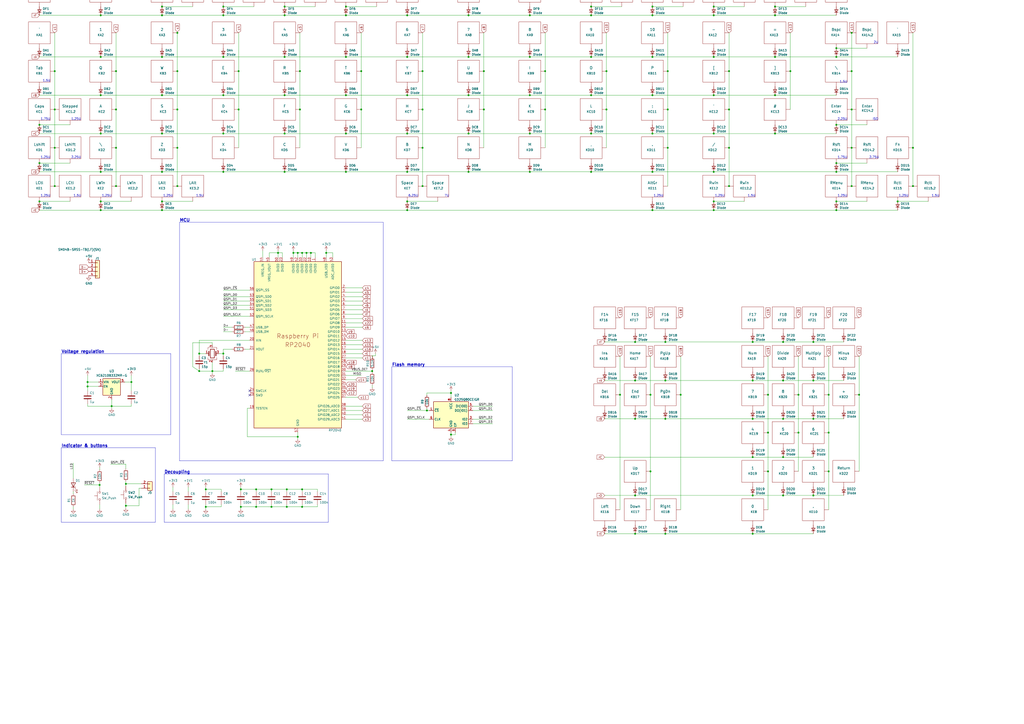
<source format=kicad_sch>
(kicad_sch (version 20230121) (generator eeschema)
  (paper "A2")
  (junction (at 129.54 8.89))
  (junction (at 378.46 77.47))
  (junction (at 102.87 19.05))
  (junction (at 458.47 41.275))
  (junction (at 368.427 287.401))
  (junction (at 378.46 3.81))
  (junction (at 280.67 41.275))
  (junction (at 498.348 228.981))
  (junction (at 148.59 283.845))
  (junction (at 58.42 55.245))
  (junction (at 138.43 63.5))
  (junction (at 271.78 99.695))
  (junction (at 172.72 146.685))
  (junction (at 471.805 287.401))
  (junction (at 148.59 294.005))
  (junction (at 480.695 250.952))
  (junction (at 342.9 99.695))
  (junction (at 342.9 8.89))
  (junction (at 342.9 3.81))
  (junction (at 414.02 77.47))
  (junction (at 316.23 63.5))
  (junction (at 368.427 309.626))
  (junction (at 368.427 198.374))
  (junction (at 129.54 3.81))
  (junction (at 93.98 55.245))
  (junction (at 236.22 55.245))
  (junction (at 22.86 94.615))
  (junction (at 200.66 99.695))
  (junction (at 449.58 3.81))
  (junction (at 485.14 72.39))
  (junction (at 102.87 -5.08))
  (junction (at 454.279 220.726))
  (junction (at 422.91 41.275))
  (junction (at 387.35 85.725))
  (junction (at 245.11 41.275))
  (junction (at 307.34 55.245))
  (junction (at 414.02 55.245))
  (junction (at 307.34 8.89))
  (junction (at 445.516 250.952))
  (junction (at 58.42 77.47))
  (junction (at 129.54 205.105))
  (junction (at 50.8 224.155))
  (junction (at 236.22 77.47))
  (junction (at 236.22 116.84))
  (junction (at 165.1 8.89))
  (junction (at 480.695 228.981))
  (junction (at 115.57 205.105))
  (junction (at 436.626 309.626))
  (junction (at 494.03 85.725))
  (junction (at 22.86 72.39))
  (junction (at 31.75 63.5))
  (junction (at 359.664 228.981))
  (junction (at 494.03 107.95))
  (junction (at 93.98 121.92))
  (junction (at 166.37 294.005))
  (junction (at 165.1 33.02))
  (junction (at 414.02 33.02))
  (junction (at 271.78 33.02))
  (junction (at 494.03 19.05))
  (junction (at 387.35 63.5))
  (junction (at 271.78 77.47))
  (junction (at 247.65 238.125))
  (junction (at 529.59 107.95))
  (junction (at 236.22 121.92))
  (junction (at 454.279 198.374))
  (junction (at 236.22 33.02))
  (junction (at 494.03 63.5))
  (junction (at 520.7 116.84))
  (junction (at 385.953 220.726))
  (junction (at 378.46 99.695))
  (junction (at 414.02 8.89))
  (junction (at 173.99 63.5))
  (junction (at 58.42 121.92))
  (junction (at 245.11 85.725))
  (junction (at 385.953 309.626))
  (junction (at 471.805 242.951))
  (junction (at 422.91 63.5))
  (junction (at 307.34 33.02))
  (junction (at 414.02 99.695))
  (junction (at 471.805 220.726))
  (junction (at 58.42 116.84))
  (junction (at 67.31 63.5))
  (junction (at 76.2 221.615))
  (junction (at 175.26 146.685))
  (junction (at 449.58 8.89))
  (junction (at 378.46 121.92))
  (junction (at 494.03 41.275))
  (junction (at 236.22 99.695))
  (junction (at 485.14 94.615))
  (junction (at 387.35 41.275))
  (junction (at 31.75 41.275))
  (junction (at 93.98 33.02))
  (junction (at 170.18 146.685))
  (junction (at 165.1 3.81))
  (junction (at 245.11 107.95))
  (junction (at 414.02 121.92))
  (junction (at 436.626 220.726))
  (junction (at 129.54 99.695))
  (junction (at 161.29 146.685))
  (junction (at 173.99 41.275))
  (junction (at 157.48 294.005))
  (junction (at 342.9 77.47))
  (junction (at 129.54 33.02))
  (junction (at 93.98 3.81))
  (junction (at 165.1 77.47))
  (junction (at 471.805 198.374))
  (junction (at 485.14 116.84))
  (junction (at 166.37 283.845))
  (junction (at 200.66 33.02))
  (junction (at 436.626 287.401))
  (junction (at 261.62 252.095))
  (junction (at 139.7 294.005))
  (junction (at 485.14 27.94))
  (junction (at 261.62 227.965))
  (junction (at 58.42 99.695))
  (junction (at 436.626 242.951))
  (junction (at 480.695 273.431))
  (junction (at 385.953 242.951))
  (junction (at 102.87 85.725))
  (junction (at 529.59 85.725))
  (junction (at 449.58 55.245))
  (junction (at 102.87 107.95))
  (junction (at 73.025 280.67))
  (junction (at 422.91 85.725))
  (junction (at 172.72 253.365))
  (junction (at 368.427 220.726))
  (junction (at 236.22 8.89))
  (junction (at 129.54 77.47))
  (junction (at 463.169 228.981))
  (junction (at 485.14 33.02))
  (junction (at 177.8 146.685))
  (junction (at 271.78 8.89))
  (junction (at 368.427 242.951))
  (junction (at 50.8 221.615))
  (junction (at 351.79 63.5))
  (junction (at 157.48 283.845))
  (junction (at 422.91 107.95))
  (junction (at 378.46 55.245))
  (junction (at 165.1 99.695))
  (junction (at 454.279 265.176))
  (junction (at 200.66 77.47))
  (junction (at 22.86 116.84))
  (junction (at 215.9 215.265))
  (junction (at 200.66 8.89))
  (junction (at 445.516 273.431))
  (junction (at 245.11 63.5))
  (junction (at 180.34 146.685))
  (junction (at 57.785 281.305))
  (junction (at 378.46 33.02))
  (junction (at 445.516 228.981))
  (junction (at 454.279 287.401))
  (junction (at 394.843 228.981))
  (junction (at 449.58 77.47))
  (junction (at 129.54 55.245))
  (junction (at 31.75 85.725))
  (junction (at 316.23 41.275))
  (junction (at 93.98 8.89))
  (junction (at 119.38 283.845))
  (junction (at 115.57 215.265))
  (junction (at 93.98 99.695))
  (junction (at 58.42 8.89))
  (junction (at 200.66 55.245))
  (junction (at 200.66 3.81))
  (junction (at 449.58 33.02))
  (junction (at 351.79 41.275))
  (junction (at 165.1 55.245))
  (junction (at 414.02 116.84))
  (junction (at 307.34 77.47))
  (junction (at 67.31 85.725))
  (junction (at 64.77 235.585))
  (junction (at 31.75 107.95))
  (junction (at 342.9 55.245))
  (junction (at 102.87 63.5))
  (junction (at 385.953 198.374))
  (junction (at 307.34 99.695))
  (junction (at 436.626 198.374))
  (junction (at 138.43 41.275))
  (junction (at 209.55 41.275))
  (junction (at 485.14 121.92))
  (junction (at 175.26 294.005))
  (junction (at 73.025 293.37))
  (junction (at 342.9 33.02))
  (junction (at 377.317 228.981))
  (junction (at 67.31 41.275))
  (junction (at 485.14 99.695))
  (junction (at 209.55 63.5))
  (junction (at 189.23 146.685))
  (junction (at 175.26 283.845))
  (junction (at 119.38 294.005))
  (junction (at 123.19 215.265))
  (junction (at 378.46 8.89))
  (junction (at 377.317 273.431))
  (junction (at 67.31 107.95))
  (junction (at 58.42 33.02))
  (junction (at 280.67 63.5))
  (junction (at 139.7 283.845))
  (junction (at 463.169 250.952))
  (junction (at 271.78 55.245))
  (junction (at 454.279 242.951))
  (junction (at 93.98 116.84))
  (junction (at 436.626 265.176))
  (junction (at 93.98 77.47))
  (junction (at 102.87 41.275))
  (junction (at 414.02 3.81))
  (no_connect (at 144.78 229.235))
  (no_connect (at 144.78 226.695))
  (wire (pts (xy 80.645 283.21) (xy 80.645 293.37)))
  (wire (pts (xy 93.98 55.245) (xy 129.54 55.245)))
  (wire (pts (xy 368.427 287.401) (xy 436.626 287.401)))
  (wire (pts (xy 175.26 146.685) (xy 175.26 149.225)))
  (wire (pts (xy 368.427 242.951) (xy 385.953 242.951)))
  (wire (pts (xy 280.67 63.5) (xy 280.67 85.725)))
  (wire (pts (xy 123.19 198.755) (xy 111.76 198.755)))
  (polyline (pts (xy 297.18 267.335) (xy 297.18 212.725)))
  (wire (pts (xy 200.66 99.695) (xy 236.22 99.695)))
  (wire (pts (xy 350.774 220.726) (xy 368.427 220.726)))
  (wire (pts (xy 449.58 8.89) (xy 485.14 8.89)))
  (wire (pts (xy 350.774 242.951) (xy 368.427 242.951)))
  (wire (pts (xy 148.59 294.005) (xy 157.48 294.005)))
  (wire (pts (xy 200.66 187.325) (xy 210.185 187.325)))
  (wire (pts (xy 200.66 172.085) (xy 210.185 172.085)))
  (wire (pts (xy 350.774 265.176) (xy 436.626 265.176)))
  (wire (pts (xy 31.75 85.725) (xy 31.75 107.95)))
  (wire (pts (xy 119.38 283.845) (xy 128.27 283.845)))
  (wire (pts (xy 378.46 8.89) (xy 414.02 8.89)))
  (wire (pts (xy 165.1 3.81) (xy 182.88 3.81)))
  (wire (pts (xy 209.55 41.275) (xy 209.55 63.5)))
  (wire (pts (xy 123.19 200.025) (xy 123.19 198.755)))
  (wire (pts (xy 385.953 198.374) (xy 436.626 198.374)))
  (wire (pts (xy 247.65 236.855) (xy 247.65 238.125)))
  (wire (pts (xy 123.19 215.265) (xy 123.19 216.535)))
  (wire (pts (xy 165.1 8.89) (xy 200.66 8.89)))
  (wire (pts (xy 529.59 19.05) (xy 529.59 85.725)))
  (wire (pts (xy 378.46 77.47) (xy 414.02 77.47)))
  (wire (pts (xy 463.169 273.431) (xy 463.169 250.952)))
  (wire (pts (xy 414.02 99.695) (xy 485.14 99.695)))
  (wire (pts (xy 129.54 33.02) (xy 165.1 33.02)))
  (wire (pts (xy 271.78 55.245) (xy 307.34 55.245)))
  (wire (pts (xy 422.91 19.05) (xy 422.91 41.275)))
  (wire (pts (xy 173.99 41.275) (xy 173.99 63.5)))
  (wire (pts (xy 445.516 250.952) (xy 445.516 228.981)))
  (wire (pts (xy 200.66 205.105) (xy 210.185 205.105)))
  (wire (pts (xy 172.72 146.685) (xy 175.26 146.685)))
  (wire (pts (xy 494.03 63.5) (xy 494.03 85.725)))
  (wire (pts (xy 93.98 3.81) (xy 111.76 3.81)))
  (wire (pts (xy 22.86 121.92) (xy 58.42 121.92)))
  (wire (pts (xy 119.38 283.845) (xy 119.38 285.115)))
  (wire (pts (xy 123.19 210.185) (xy 123.19 215.265)))
  (wire (pts (xy 73.025 269.24) (xy 73.025 271.78)))
  (wire (pts (xy 458.47 41.275) (xy 458.47 63.5)))
  (wire (pts (xy 378.46 99.695) (xy 414.02 99.695)))
  (wire (pts (xy 48.895 281.305) (xy 57.785 281.305)))
  (wire (pts (xy 454.279 220.726) (xy 471.805 220.726)))
  (wire (pts (xy 247.65 227.965) (xy 261.62 227.965)))
  (wire (pts (xy 57.785 280.035) (xy 57.785 281.305)))
  (wire (pts (xy 378.46 55.245) (xy 414.02 55.245)))
  (wire (pts (xy 485.14 94.615) (xy 502.92 94.615)))
  (wire (pts (xy 134.62 202.565) (xy 129.54 202.565)))
  (polyline (pts (xy 99.06 205.105) (xy 99.06 252.095)))
  (wire (pts (xy 449.58 33.02) (xy 485.14 33.02)))
  (wire (pts (xy 119.38 294.005) (xy 119.38 295.275)))
  (polyline (pts (xy 90.17 302.895) (xy 90.17 259.715)))
  (wire (pts (xy 200.66 179.705) (xy 210.185 179.705)))
  (wire (pts (xy 173.99 63.5) (xy 173.99 85.725)))
  (wire (pts (xy 236.22 121.92) (xy 378.46 121.92)))
  (wire (pts (xy 200.66 243.205) (xy 210.185 243.205)))
  (wire (pts (xy 350.774 309.626) (xy 368.427 309.626)))
  (polyline (pts (xy 35.56 302.895) (xy 90.17 302.895)))
  (wire (pts (xy 128.27 292.735) (xy 128.27 294.005)))
  (wire (pts (xy 200.66 177.165) (xy 210.185 177.165)))
  (wire (pts (xy 436.626 309.626) (xy 471.805 309.626)))
  (wire (pts (xy 414.02 77.47) (xy 449.58 77.47)))
  (wire (pts (xy 102.87 19.05) (xy 102.87 41.275)))
  (wire (pts (xy 458.47 19.05) (xy 458.47 41.275)))
  (polyline (pts (xy 297.18 212.725) (xy 227.33 212.725)))
  (wire (pts (xy 142.24 192.405) (xy 144.78 192.405)))
  (wire (pts (xy 165.1 55.245) (xy 200.66 55.245)))
  (wire (pts (xy 261.62 250.825) (xy 261.62 252.095)))
  (polyline (pts (xy 104.14 267.335) (xy 222.25 267.335)))
  (wire (pts (xy 111.76 212.725) (xy 115.57 215.265)))
  (wire (pts (xy 73.025 292.1) (xy 73.025 293.37)))
  (wire (pts (xy 109.22 282.575) (xy 109.22 285.115)))
  (wire (pts (xy 189.23 146.685) (xy 193.04 146.685)))
  (wire (pts (xy 200.66 217.805) (xy 209.55 217.805)))
  (wire (pts (xy 172.72 253.365) (xy 172.72 254.635)))
  (wire (pts (xy 115.57 205.105) (xy 119.38 205.105)))
  (wire (pts (xy 215.9 223.52) (xy 215.9 224.79)))
  (wire (pts (xy 67.31 85.725) (xy 67.31 107.95)))
  (wire (pts (xy 80.645 293.37) (xy 73.025 293.37)))
  (wire (pts (xy 200.66 240.665) (xy 210.185 240.665)))
  (wire (pts (xy 378.46 3.81) (xy 396.24 3.81)))
  (wire (pts (xy 247.65 229.235) (xy 247.65 227.965)))
  (wire (pts (xy 436.626 198.374) (xy 454.279 198.374)))
  (wire (pts (xy 471.805 242.951) (xy 489.458 242.951)))
  (wire (pts (xy 148.59 283.845) (xy 157.48 283.845)))
  (wire (pts (xy 236.22 116.84) (xy 254 116.84)))
  (wire (pts (xy 454.279 265.176) (xy 471.805 265.176)))
  (wire (pts (xy 394.843 206.756) (xy 394.843 228.981)))
  (wire (pts (xy 102.87 18.415) (xy 102.87 19.05)))
  (wire (pts (xy 58.42 121.92) (xy 93.98 121.92)))
  (wire (pts (xy 139.7 283.845) (xy 148.59 283.845)))
  (wire (pts (xy 189.23 146.685) (xy 189.23 149.225)))
  (wire (pts (xy 215.9 214.63) (xy 215.9 215.265)))
  (wire (pts (xy 445.516 273.431) (xy 445.516 250.952)))
  (wire (pts (xy 129.54 192.405) (xy 134.62 192.405)))
  (wire (pts (xy 529.59 85.725) (xy 529.59 107.95)))
  (wire (pts (xy 115.57 215.265) (xy 123.19 215.265)))
  (wire (pts (xy 102.87 63.5) (xy 102.87 85.725)))
  (wire (pts (xy 245.11 19.05) (xy 245.11 41.275)))
  (wire (pts (xy 148.59 292.735) (xy 148.59 294.005)))
  (wire (pts (xy 170.18 145.415) (xy 170.18 146.685)))
  (wire (pts (xy 209.55 63.5) (xy 209.55 85.725)))
  (wire (pts (xy 247.65 238.125) (xy 248.92 238.125)))
  (wire (pts (xy 454.279 287.401) (xy 471.805 287.401)))
  (wire (pts (xy 175.26 146.685) (xy 177.8 146.685)))
  (wire (pts (xy 200.66 197.485) (xy 210.185 197.485)))
  (wire (pts (xy 200.66 184.785) (xy 210.185 184.785)))
  (wire (pts (xy 184.15 292.735) (xy 184.15 294.005)))
  (wire (pts (xy 73.025 293.37) (xy 73.025 294.64)))
  (wire (pts (xy 115.57 213.995) (xy 115.57 215.265)))
  (wire (pts (xy 129.54 174.625) (xy 144.78 174.625)))
  (wire (pts (xy 480.695 206.756) (xy 480.695 228.981)))
  (wire (pts (xy 200.66 238.125) (xy 210.185 238.125)))
  (wire (pts (xy 200.66 230.505) (xy 207.645 230.505)))
  (wire (pts (xy 152.4 145.415) (xy 152.4 149.225)))
  (wire (pts (xy 200.66 202.565) (xy 210.185 202.565)))
  (wire (pts (xy 414.02 3.81) (xy 431.8 3.81)))
  (polyline (pts (xy 99.06 252.095) (xy 35.56 252.095)))
  (wire (pts (xy 64.135 269.24) (xy 73.025 269.24)))
  (wire (pts (xy 172.72 250.825) (xy 172.72 253.365)))
  (wire (pts (xy 422.91 63.5) (xy 422.91 85.725)))
  (wire (pts (xy 377.317 295.656) (xy 377.317 273.431)))
  (wire (pts (xy 236.22 33.02) (xy 271.78 33.02)))
  (wire (pts (xy 115.57 197.485) (xy 144.78 197.485)))
  (wire (pts (xy 209.55 19.05) (xy 209.55 41.275)))
  (wire (pts (xy 377.317 206.756) (xy 377.317 228.981)))
  (wire (pts (xy 180.34 146.685) (xy 180.34 149.225)))
  (wire (pts (xy 264.16 250.825) (xy 264.16 252.095)))
  (wire (pts (xy 177.8 146.685) (xy 180.34 146.685)))
  (wire (pts (xy 57.785 292.735) (xy 57.785 295.275)))
  (wire (pts (xy 359.664 206.756) (xy 359.664 228.981)))
  (wire (pts (xy 485.14 116.84) (xy 502.92 116.84)))
  (wire (pts (xy 139.7 294.005) (xy 148.59 294.005)))
  (wire (pts (xy 57.785 281.305) (xy 57.785 282.575)))
  (wire (pts (xy 271.78 33.02) (xy 307.34 33.02)))
  (wire (pts (xy 436.626 287.401) (xy 454.279 287.401)))
  (wire (pts (xy 436.626 265.176) (xy 454.279 265.176)))
  (wire (pts (xy 200.66 3.81) (xy 218.44 3.81)))
  (wire (pts (xy 129.54 183.515) (xy 144.78 183.515)))
  (wire (pts (xy 136.525 215.265) (xy 144.78 215.265)))
  (wire (pts (xy 307.34 77.47) (xy 342.9 77.47)))
  (wire (pts (xy 31.75 41.275) (xy 31.75 63.5)))
  (wire (pts (xy 50.8 234.315) (xy 50.8 235.585)))
  (wire (pts (xy 67.31 63.5) (xy 67.31 85.725)))
  (wire (pts (xy 93.98 99.695) (xy 129.54 99.695)))
  (wire (pts (xy 184.15 285.115) (xy 184.15 283.845)))
  (wire (pts (xy 261.62 252.095) (xy 264.16 252.095)))
  (wire (pts (xy 454.279 198.374) (xy 471.805 198.374)))
  (wire (pts (xy 471.805 220.726) (xy 489.458 220.726)))
  (wire (pts (xy 449.58 3.81) (xy 467.36 3.81)))
  (wire (pts (xy 139.7 283.845) (xy 139.7 285.115)))
  (polyline (pts (xy 35.56 252.095) (xy 35.56 205.105)))
  (wire (pts (xy 50.8 221.615) (xy 57.15 221.615)))
  (wire (pts (xy 115.57 205.105) (xy 115.57 197.485)))
  (wire (pts (xy 139.7 282.575) (xy 139.7 283.845)))
  (wire (pts (xy 261.62 227.965) (xy 261.62 230.505)))
  (wire (pts (xy 350.774 287.401) (xy 368.427 287.401)))
  (wire (pts (xy 245.11 41.275) (xy 245.11 63.5)))
  (wire (pts (xy 42.545 285.115) (xy 42.545 286.385)))
  (wire (pts (xy 50.8 217.805) (xy 50.8 221.615)))
  (wire (pts (xy 180.34 146.685) (xy 182.88 146.685)))
  (wire (pts (xy 58.42 77.47) (xy 93.98 77.47)))
  (wire (pts (xy 165.1 77.47) (xy 200.66 77.47)))
  (wire (pts (xy 189.23 145.415) (xy 189.23 146.685)))
  (wire (pts (xy 128.27 285.115) (xy 128.27 283.845)))
  (wire (pts (xy 471.805 198.374) (xy 489.458 198.374)))
  (wire (pts (xy 236.22 8.89) (xy 271.78 8.89)))
  (wire (pts (xy 385.953 309.626) (xy 436.626 309.626)))
  (wire (pts (xy 200.66 215.265) (xy 215.9 215.265)))
  (wire (pts (xy 73.025 280.67) (xy 73.025 281.94)))
  (wire (pts (xy 200.66 167.005) (xy 210.185 167.005)))
  (wire (pts (xy 119.38 292.735) (xy 119.38 294.005)))
  (wire (pts (xy 129.54 99.695) (xy 165.1 99.695)))
  (wire (pts (xy 316.23 41.275) (xy 316.23 63.5)))
  (wire (pts (xy 485.14 27.94) (xy 502.92 27.94)))
  (wire (pts (xy 102.87 85.725) (xy 102.87 107.95)))
  (wire (pts (xy 22.86 8.89) (xy 58.42 8.89)))
  (wire (pts (xy 394.843 228.981) (xy 394.843 295.656)))
  (wire (pts (xy 217.805 206.375) (xy 217.805 205.105)))
  (polyline (pts (xy 95.25 274.955) (xy 190.5 274.955)))
  (wire (pts (xy 359.664 228.981) (xy 359.664 295.656)))
  (wire (pts (xy 175.26 283.845) (xy 184.15 283.845)))
  (wire (pts (xy 387.35 85.725) (xy 387.35 107.95)))
  (wire (pts (xy 342.9 77.47) (xy 378.46 77.47)))
  (wire (pts (xy 385.953 242.951) (xy 436.626 242.951)))
  (wire (pts (xy 200.66 220.345) (xy 206.375 220.345)))
  (polyline (pts (xy 190.5 302.895) (xy 190.5 274.955)))
  (wire (pts (xy 236.22 55.245) (xy 271.78 55.245)))
  (wire (pts (xy 485.14 99.695) (xy 520.7 99.695)))
  (wire (pts (xy 67.31 19.05) (xy 67.31 41.275)))
  (wire (pts (xy 81.915 283.21) (xy 80.645 283.21)))
  (wire (pts (xy 129.54 168.275) (xy 144.78 168.275)))
  (wire (pts (xy 494.03 85.725) (xy 494.03 107.95)))
  (wire (pts (xy 115.57 206.375) (xy 115.57 205.105)))
  (polyline (pts (xy 35.56 205.105) (xy 99.06 205.105)))
  (wire (pts (xy 200.66 200.025) (xy 210.185 200.025)))
  (wire (pts (xy 307.34 33.02) (xy 342.9 33.02)))
  (wire (pts (xy 161.29 146.685) (xy 161.29 149.225)))
  (wire (pts (xy 200.66 33.02) (xy 236.22 33.02)))
  (wire (pts (xy 351.79 41.275) (xy 351.79 63.5)))
  (wire (pts (xy 157.48 294.005) (xy 166.37 294.005)))
  (wire (pts (xy 200.66 55.245) (xy 236.22 55.245)))
  (wire (pts (xy 236.22 238.125) (xy 247.65 238.125)))
  (wire (pts (xy 387.35 19.05) (xy 387.35 41.275)))
  (wire (pts (xy 480.695 295.656) (xy 480.695 273.431)))
  (wire (pts (xy 58.42 116.84) (xy 76.2 116.84)))
  (wire (pts (xy 22.86 72.39) (xy 40.64 72.39)))
  (wire (pts (xy 377.317 228.981) (xy 377.317 273.431)))
  (wire (pts (xy 200.66 77.47) (xy 236.22 77.47)))
  (wire (pts (xy 342.9 33.02) (xy 378.46 33.02)))
  (wire (pts (xy 50.8 235.585) (xy 64.77 235.585)))
  (wire (pts (xy 129.54 8.89) (xy 165.1 8.89)))
  (wire (pts (xy 58.42 99.695) (xy 93.98 99.695)))
  (wire (pts (xy 161.29 145.415) (xy 161.29 146.685)))
  (wire (pts (xy 143.51 236.855) (xy 144.78 236.855)))
  (wire (pts (xy 280.67 41.275) (xy 280.67 63.5)))
  (wire (pts (xy 351.79 63.5) (xy 351.79 85.725)))
  (wire (pts (xy 138.43 19.05) (xy 138.43 41.275)))
  (wire (pts (xy 307.34 99.695) (xy 342.9 99.695)))
  (wire (pts (xy 285.75 245.745) (xy 274.32 245.745)))
  (wire (pts (xy 173.99 19.05) (xy 173.99 41.275)))
  (wire (pts (xy 245.11 85.725) (xy 245.11 107.95)))
  (wire (pts (xy 445.516 295.656) (xy 445.516 273.431)))
  (wire (pts (xy 67.31 41.275) (xy 67.31 63.5)))
  (wire (pts (xy 156.21 146.685) (xy 161.29 146.685)))
  (wire (pts (xy 378.46 33.02) (xy 414.02 33.02)))
  (wire (pts (xy 73.025 280.67) (xy 81.915 280.67)))
  (wire (pts (xy 271.78 8.89) (xy 307.34 8.89)))
  (wire (pts (xy 316.23 63.5) (xy 316.23 85.725)))
  (wire (pts (xy 129.54 189.865) (xy 134.62 189.865)))
  (wire (pts (xy 236.22 243.205) (xy 248.92 243.205)))
  (wire (pts (xy 157.48 283.845) (xy 157.48 285.115)))
  (wire (pts (xy 280.67 19.05) (xy 280.67 41.275)))
  (wire (pts (xy 414.02 55.245) (xy 449.58 55.245)))
  (wire (pts (xy 307.34 8.89) (xy 342.9 8.89)))
  (wire (pts (xy 215.9 206.375) (xy 215.9 207.01)))
  (wire (pts (xy 138.43 63.5) (xy 138.43 85.725)))
  (wire (pts (xy 42.545 268.605) (xy 42.545 277.495)))
  (polyline (pts (xy 227.33 212.725) (xy 227.33 267.335)))
  (wire (pts (xy 215.9 215.265) (xy 215.9 215.9)))
  (wire (pts (xy 351.79 19.05) (xy 351.79 41.275)))
  (polyline (pts (xy 95.25 302.895) (xy 190.5 302.895)))
  (wire (pts (xy 454.279 242.951) (xy 471.805 242.951)))
  (wire (pts (xy 165.1 99.695) (xy 200.66 99.695)))
  (wire (pts (xy 445.516 206.756) (xy 445.516 228.981)))
  (wire (pts (xy 102.87 -5.715) (xy 102.87 -5.08)))
  (wire (pts (xy 454.279 265.176) (xy 454.279 264.922)))
  (wire (pts (xy 236.22 77.47) (xy 271.78 77.47)))
  (wire (pts (xy 200.66 189.865) (xy 210.185 189.865)))
  (wire (pts (xy 285.75 235.585) (xy 274.32 235.585)))
  (wire (pts (xy 139.7 294.005) (xy 139.7 295.275)))
  (wire (pts (xy 245.11 63.5) (xy 245.11 85.725)))
  (wire (pts (xy 165.1 33.02) (xy 200.66 33.02)))
  (wire (pts (xy 157.48 283.845) (xy 166.37 283.845)))
  (wire (pts (xy 200.66 207.645) (xy 210.185 207.645)))
  (wire (pts (xy 236.22 99.695) (xy 271.78 99.695)))
  (polyline (pts (xy 104.14 128.905) (xy 104.14 267.335)))
  (wire (pts (xy 157.48 292.735) (xy 157.48 294.005)))
  (wire (pts (xy 129.54 177.165) (xy 144.78 177.165)))
  (wire (pts (xy 449.58 77.47) (xy 485.14 77.47)))
  (wire (pts (xy 271.78 99.695) (xy 307.34 99.695)))
  (wire (pts (xy 480.695 250.952) (xy 480.695 228.981)))
  (wire (pts (xy 64.77 235.585) (xy 76.2 235.585)))
  (wire (pts (xy 129.54 215.265) (xy 129.54 213.995)))
  (wire (pts (xy 436.626 242.951) (xy 454.279 242.951)))
  (polyline (pts (xy 35.56 259.715) (xy 35.56 302.895)))
  (wire (pts (xy 271.78 77.47) (xy 307.34 77.47)))
  (polyline (pts (xy 35.56 259.715) (xy 90.17 259.715)))
  (wire (pts (xy 22.86 116.84) (xy 40.64 116.84)))
  (wire (pts (xy 422.91 41.275) (xy 422.91 63.5)))
  (wire (pts (xy 127 205.105) (xy 129.54 205.105)))
  (wire (pts (xy 485.14 33.02) (xy 520.7 33.02)))
  (wire (pts (xy 166.37 294.005) (xy 175.26 294.005)))
  (wire (pts (xy 436.626 265.176) (xy 436.626 264.922)))
  (wire (pts (xy 143.51 253.365) (xy 172.72 253.365)))
  (wire (pts (xy 342.9 99.695) (xy 378.46 99.695)))
  (wire (pts (xy 76.2 217.805) (xy 76.2 221.615)))
  (wire (pts (xy 182.88 149.225) (xy 182.88 146.685)))
  (wire (pts (xy 119.38 282.575) (xy 119.38 283.845)))
  (wire (pts (xy 414.02 121.92) (xy 485.14 121.92)))
  (wire (pts (xy 129.54 3.81) (xy 147.32 3.81)))
  (wire (pts (xy 139.7 292.735) (xy 139.7 294.005)))
  (wire (pts (xy 175.26 283.845) (xy 175.26 285.115)))
  (wire (pts (xy 76.2 221.615) (xy 76.2 226.695)))
  (wire (pts (xy 22.86 99.695) (xy 58.42 99.695)))
  (wire (pts (xy 129.54 205.105) (xy 129.54 206.375)))
  (wire (pts (xy 93.98 77.47) (xy 129.54 77.47)))
  (wire (pts (xy 307.34 55.245) (xy 342.9 55.245)))
  (wire (pts (xy 142.24 189.865) (xy 144.78 189.865)))
  (wire (pts (xy 129.54 77.47) (xy 165.1 77.47)))
  (wire (pts (xy 93.98 8.89) (xy 129.54 8.89)))
  (wire (pts (xy 22.86 77.47) (xy 58.42 77.47)))
  (wire (pts (xy 520.7 116.84) (xy 538.48 116.84)))
  (wire (pts (xy 368.427 220.726) (xy 385.953 220.726)))
  (wire (pts (xy 193.04 149.225) (xy 193.04 146.685)))
  (wire (pts (xy 200.66 235.585) (xy 210.185 235.585)))
  (wire (pts (xy 449.58 55.245) (xy 485.14 55.245)))
  (wire (pts (xy 285.75 238.125) (xy 274.32 238.125)))
  (polyline (pts (xy 227.33 267.335) (xy 297.18 267.335)))
  (wire (pts (xy 494.03 19.05) (xy 494.03 41.275)))
  (wire (pts (xy 156.21 149.225) (xy 156.21 146.685)))
  (wire (pts (xy 111.76 198.755) (xy 111.76 212.725)))
  (wire (pts (xy 129.54 202.565) (xy 129.54 205.105)))
  (wire (pts (xy 138.43 41.275) (xy 138.43 63.5)))
  (wire (pts (xy 64.77 235.585) (xy 64.77 236.855)))
  (wire (pts (xy 58.42 8.89) (xy 93.98 8.89)))
  (wire (pts (xy 142.24 202.565) (xy 144.78 202.565)))
  (wire (pts (xy 172.72 146.685) (xy 172.72 149.225)))
  (wire (pts (xy 166.37 283.845) (xy 175.26 283.845)))
  (wire (pts (xy 414.02 116.84) (xy 431.8 116.84)))
  (wire (pts (xy 166.37 292.735) (xy 166.37 294.005)))
  (wire (pts (xy 73.025 279.4) (xy 73.025 280.67)))
  (wire (pts (xy 57.785 271.145) (xy 57.785 272.415)))
  (wire (pts (xy 261.62 252.095) (xy 261.62 253.365)))
  (wire (pts (xy 93.98 121.92) (xy 236.22 121.92)))
  (wire (pts (xy 471.805 264.922) (xy 471.805 265.176)))
  (wire (pts (xy 368.427 309.626) (xy 385.953 309.626)))
  (wire (pts (xy 31.75 63.5) (xy 31.75 85.725)))
  (wire (pts (xy 109.22 292.735) (xy 109.22 295.275)))
  (wire (pts (xy 166.37 283.845) (xy 166.37 285.115)))
  (wire (pts (xy 22.86 94.615) (xy 40.64 94.615)))
  (wire (pts (xy 350.774 198.374) (xy 368.427 198.374)))
  (wire (pts (xy 123.19 215.265) (xy 129.54 215.265)))
  (wire (pts (xy 148.59 283.845) (xy 148.59 285.115)))
  (wire (pts (xy 170.18 146.685) (xy 170.18 149.225)))
  (wire (pts (xy 200.66 182.245) (xy 210.185 182.245)))
  (wire (pts (xy 31.75 19.05) (xy 31.75 41.275)))
  (wire (pts (xy 119.38 294.005) (xy 128.27 294.005)))
  (wire (pts (xy 215.9 206.375) (xy 217.805 206.375)))
  (wire (pts (xy 422.91 85.725) (xy 422.91 107.95)))
  (wire (pts (xy 129.54 179.705) (xy 144.78 179.705)))
  (polyline (pts (xy 222.25 128.905) (xy 104.14 128.905)))
  (wire (pts (xy 414.02 33.02) (xy 449.58 33.02)))
  (polyline (pts (xy 95.25 274.955) (xy 95.25 302.895)))
  (wire (pts (xy 285.75 243.205) (xy 274.32 243.205)))
  (wire (pts (xy 50.8 224.155) (xy 57.15 224.155)))
  (wire (pts (xy 342.9 8.89) (xy 378.46 8.89)))
  (wire (pts (xy 175.26 292.735) (xy 175.26 294.005)))
  (wire (pts (xy 177.8 146.685) (xy 177.8 149.225)))
  (wire (pts (xy 100.33 292.735) (xy 100.33 295.275)))
  (wire (pts (xy 50.8 224.155) (xy 50.8 226.695)))
  (wire (pts (xy 494.03 41.275) (xy 494.03 63.5)))
  (wire (pts (xy 387.35 63.5) (xy 387.35 85.725)))
  (wire (pts (xy 143.51 236.855) (xy 143.51 253.365)))
  (wire (pts (xy 93.98 116.84) (xy 111.76 116.84)))
  (wire (pts (xy 161.29 146.685) (xy 163.83 146.685)))
  (wire (pts (xy 498.348 206.756) (xy 498.348 228.981)))
  (wire (pts (xy 58.42 33.02) (xy 93.98 33.02)))
  (wire (pts (xy 129.54 172.085) (xy 144.78 172.085)))
  (wire (pts (xy 93.98 33.02) (xy 129.54 33.02)))
  (wire (pts (xy 129.54 55.245) (xy 165.1 55.245)))
  (wire (pts (xy 200.66 169.545) (xy 210.185 169.545)))
  (wire (pts (xy 22.86 33.02) (xy 58.42 33.02)))
  (wire (pts (xy 368.427 198.374) (xy 385.953 198.374)))
  (wire (pts (xy 175.26 294.005) (xy 184.15 294.005)))
  (wire (pts (xy 200.66 174.625) (xy 210.185 174.625)))
  (wire (pts (xy 22.86 55.245) (xy 58.42 55.245)))
  (wire (pts (xy 42.545 294.005) (xy 42.545 295.275)))
  (wire (pts (xy 485.14 72.39) (xy 502.92 72.39)))
  (wire (pts (xy 102.87 41.275) (xy 102.87 63.5)))
  (wire (pts (xy 72.39 221.615) (xy 76.2 221.615)))
  (wire (pts (xy 100.33 282.575) (xy 100.33 285.115)))
  (wire (pts (xy 436.626 220.726) (xy 454.279 220.726)))
  (wire (pts (xy 485.14 121.92) (xy 520.7 121.92)))
  (wire (pts (xy 170.18 146.685) (xy 172.72 146.685)))
  (wire (pts (xy 163.83 149.225) (xy 163.83 146.685)))
  (wire (pts (xy 342.9 3.81) (xy 360.68 3.81)))
  (wire (pts (xy 64.77 231.775) (xy 64.77 235.585)))
  (wire (pts (xy 50.8 221.615) (xy 50.8 224.155)))
  (wire (pts (xy 385.953 220.726) (xy 436.626 220.726)))
  (wire (pts (xy 200.66 8.89) (xy 236.22 8.89)))
  (wire (pts (xy 414.02 8.89) (xy 449.58 8.89)))
  (wire (pts (xy 387.35 41.275) (xy 387.35 63.5)))
  (wire (pts (xy 480.695 273.431) (xy 480.695 250.952)))
  (wire (pts (xy 316.23 19.05) (xy 316.23 41.275)))
  (wire (pts (xy 76.2 234.315) (xy 76.2 235.585)))
  (wire (pts (xy 378.46 121.92) (xy 414.02 121.92)))
  (polyline (pts (xy 222.25 267.335) (xy 222.25 128.905)))
  (wire (pts (xy 463.169 250.952) (xy 463.169 228.981)))
  (wire (pts (xy 58.42 55.245) (xy 93.98 55.245)))
  (wire (pts (xy 261.62 226.695) (xy 261.62 227.965)))
  (wire (pts (xy 342.9 55.245) (xy 378.46 55.245)))
  (wire (pts (xy 498.348 228.981) (xy 498.348 273.431)))
  (wire (pts (xy 463.169 206.756) (xy 463.169 228.981)))
  (wire (pts (xy 471.805 287.401) (xy 489.458 287.401)))
  (text "1.25U" (at 485.775 114.3 0) (effects (font (size 1.27 1.27)) (justify left bottom)))
  (text "Flash memory" (at 227.33 212.725 0) (effects (font (size 1.778 1.778) (thickness 0.3556) bold) (justify left bottom)))
  (text "1.25U" (at 414.655 114.3 0) (effects (font (size 1.27 1.27)) (justify left bottom)))
  (text "2.25U" (at 41.275 92.075 0) (effects (font (size 1.27 1.27)) (justify left bottom)))
  (text "1.25U" (at 94.615 114.3 0) (effects (font (size 1.27 1.27)) (justify left bottom)))
  (text "1.5U" (at 113.665 114.3 0) (effects (font (size 1.27 1.27)) (justify left bottom)))
  (text "1.5U" (at 540.385 114.3 0) (effects (font (size 1.27 1.27)) (justify left bottom)))
  (text "1.5U" (at 24.765 47.625 0) (effects (font (size 1.27 1.27)) (justify left bottom)))
  (text "1.5U" (at 42.545 114.3 0) (effects (font (size 1.27 1.27)) (justify left bottom)))
  (text "MCU" (at 104.14 128.905 0) (effects (font (size 1.778 1.778) (thickness 0.3556) bold) (justify left bottom)))
  (text "1.25U" (at 379.095 114.3 0) (effects (font (size 1.27 1.27)) (justify left bottom)))
  (text "1.25U" (at 23.495 114.3 0) (effects (font (size 1.27 1.27)) (justify left bottom)))
  (text "6.25U" (at 236.855 114.3 0) (effects (font (size 1.27 1.27)) (justify left bottom)))
  (text "7U" (at 257.81 114.3 0) (effects (font (size 1.27 1.27)) (justify left bottom)))
  (text "1.25U" (at 41.275 69.85 0) (effects (font (size 1.27 1.27)) (justify left bottom)))
  (text "1.25U" (at 59.055 114.3 0) (effects (font (size 1.27 1.27)) (justify left bottom)))
  (text "1.75U" (at 23.495 69.85 0) (effects (font (size 1.27 1.27)) (justify left bottom)))
  (text "2.25U" (at 485.775 69.85 0) (effects (font (size 1.27 1.27)) (justify left bottom)))
  (text "1.25U" (at 521.335 114.3 0) (effects (font (size 1.27 1.27)) (justify left bottom)))
  (text "Decoupling" (at 95.25 274.955 0) (effects (font (size 1.778 1.778) (thickness 0.3556) bold) (justify left bottom)))
  (text "Indicator & buttons" (at 35.56 259.715 0) (effects (font (size 1.778 1.778) (thickness 0.3556) bold) (justify left bottom)))
  (text "2.75U" (at 504.19 92.075 0) (effects (font (size 1.27 1.27)) (justify left bottom)))
  (text "1.75U" (at 485.775 92.075 0) (effects (font (size 1.27 1.27)) (justify left bottom)))
  (text "2U" (at 506.73 25.4 0) (effects (font (size 1.27 1.27)) (justify left bottom)))
  (text "ISO" (at 506.095 69.85 0) (effects (font (size 1.27 1.27)) (justify left bottom)))
  (text "1.5U" (at 487.045 48.26 0) (effects (font (size 1.27 1.27)) (justify left bottom)))
  (text "1.25U" (at 23.495 92.075 0) (effects (font (size 1.27 1.27)) (justify left bottom)))
  (text "Voltage regulation" (at 35.56 205.105 0) (effects (font (size 1.778 1.778) (thickness 0.3556) bold) (justify left bottom)))
  (text "1.5U" (at 433.705 114.3 0) (effects (font (size 1.27 1.27)) (justify left bottom)))
  (label "D-" (at 129.54 192.405 0))
  (label "QSPI_SCLK" (at 236.22 243.205 0))
  (label "QSPI_~{CS}" (at 129.54 168.275 0))
  (label "QSPI_D1" (at 285.75 238.125 180))
  (label "QSPI_D1" (at 129.54 174.625 0))
  (label "QSPI_D3" (at 285.75 245.745 180))
  (label "QSPI_D0" (at 285.75 235.585 180))
  (label "VBUS_DET" (at 213.36 215.265 180))
  (label "~{RESET}" (at 48.895 281.305 0))
  (label "QSPI_D2" (at 129.54 177.165 0))
  (label "D+" (at 129.54 189.865 0))
  (label "LED" (at 42.545 268.605 270))
  (label "QSPI_~{CS}" (at 64.135 269.24 0))
  (label "QSPI_D2" (at 285.75 243.205 180))
  (label "QSPI_D0" (at 129.54 172.085 0))
  (label "MISO" (at 209.55 217.805 180))
  (label "QSPI_~{CS}" (at 236.22 238.125 0))
  (label "QSPI_D3" (at 129.54 179.705 0))
  (label "QSPI_SCLK" (at 129.54 183.515 0))
  (label "~{RESET}" (at 136.525 215.265 0))
  (global_label "c14" (shape input) (at 206.375 220.345 0) (property "Intersheetrefs" "${INTERSHEET_REFS}" (effects hide)))
  (global_label "c18" (shape input) (at 200.66 210.185 0) (property "Intersheetrefs" "${INTERSHEET_REFS}" (effects hide)))
  (global_label "c7" (shape input) (at 245.11 19.05 90) (property "Intersheetrefs" "${INTERSHEET_REFS}" (effects hide)))
  (global_label "c20" (shape input) (at 200.66 222.885 0) (property "Intersheetrefs" "${INTERSHEET_REFS}" (effects hide)))
  (global_label "c9" (shape input) (at 200.66 192.405 0) (property "Intersheetrefs" "${INTERSHEET_REFS}" (effects hide)))
  (global_label "rE" (shape input) (at 350.774 309.626 180) (property "Intersheetrefs" "${INTERSHEET_REFS}" (effects hide)))
  (global_label "c5" (shape input) (at 210.185 169.545 0) (property "Intersheetrefs" "${INTERSHEET_REFS}" (effects hide)))
  (global_label "rE" (shape input) (at 22.86 121.92 180) (property "Intersheetrefs" "${INTERSHEET_REFS}" (effects hide)))
  (global_label "c22" (shape input) (at 498.348 206.756 90) (property "Intersheetrefs" "${INTERSHEET_REFS}" (effects hide)))
  (global_label "c14" (shape input) (at 494.03 19.05 90) (property "Intersheetrefs" "${INTERSHEET_REFS}" (effects hide)))
  (global_label "c2" (shape input) (at 67.31 -5.08 90) (property "Intersheetrefs" "${INTERSHEET_REFS}" (effects hide)))
  (global_label "D+" (shape input) (at 51.435 157.48 180) (property "Intersheetrefs" "${INTERSHEET_REFS}" (effects hide)))
  (global_label "rA" (shape input) (at 210.185 179.705 0) (property "Intersheetrefs" "${INTERSHEET_REFS}" (effects hide)))
  (global_label "c5" (shape input) (at 173.99 19.05 90) (property "Intersheetrefs" "${INTERSHEET_REFS}" (effects hide)))
  (global_label "c7" (shape input) (at 210.185 235.585 0) (property "Intersheetrefs" "${INTERSHEET_REFS}" (effects hide)))
  (global_label "c17" (shape input) (at 377.317 184.404 90) (property "Intersheetrefs" "${INTERSHEET_REFS}" (effects hide)))
  (global_label "c1" (shape input) (at 210.185 240.665 0) (property "Intersheetrefs" "${INTERSHEET_REFS}" (effects hide)))
  (global_label "c6" (shape input) (at 209.55 -5.08 90) (property "Intersheetrefs" "${INTERSHEET_REFS}" (effects hide)))
  (global_label "c19" (shape input) (at 200.66 225.425 0) (property "Intersheetrefs" "${INTERSHEET_REFS}" (effects hide)))
  (global_label "c15" (shape input) (at 529.59 19.05 90) (property "Intersheetrefs" "${INTERSHEET_REFS}" (effects hide)))
  (global_label "c3" (shape input) (at 102.87 18.415 90) (property "Intersheetrefs" "${INTERSHEET_REFS}" (effects hide)))
  (global_label "c1" (shape input) (at 31.75 19.05 90) (property "Intersheetrefs" "${INTERSHEET_REFS}" (effects hide)))
  (global_label "c13" (shape input) (at 458.47 -5.08 90) (property "Intersheetrefs" "${INTERSHEET_REFS}" (effects hide)))
  (global_label "c1" (shape input) (at 31.75 -5.08 90) (property "Intersheetrefs" "${INTERSHEET_REFS}" (effects hide)))
  (global_label "c12" (shape input) (at 422.91 -5.08 90) (property "Intersheetrefs" "${INTERSHEET_REFS}" (effects hide)))
  (global_label "rC" (shape input) (at 22.86 77.47 180) (property "Intersheetrefs" "${INTERSHEET_REFS}" (effects hide)))
  (global_label "c11" (shape input) (at 387.35 -5.08 90) (property "Intersheetrefs" "${INTERSHEET_REFS}" (effects hide)))
  (global_label "c16" (shape input) (at 359.664 206.756 90) (property "Intersheetrefs" "${INTERSHEET_REFS}" (effects hide)))
  (global_label "c18" (shape input) (at 394.843 184.404 90) (property "Intersheetrefs" "${INTERSHEET_REFS}" (effects hide)))
  (global_label "c2" (shape input) (at 210.185 238.125 0) (property "Intersheetrefs" "${INTERSHEET_REFS}" (effects hide)))
  (global_label "c12" (shape input) (at 200.66 227.965 0) (property "Intersheetrefs" "${INTERSHEET_REFS}" (effects hide)))
  (global_label "c10" (shape input) (at 200.66 194.945 0) (property "Intersheetrefs" "${INTERSHEET_REFS}" (effects hide)))
  (global_label "rC" (shape input) (at 210.185 174.625 0) (property "Intersheetrefs" "${INTERSHEET_REFS}" (effects hide)))
  (global_label "c22" (shape input) (at 210.185 187.325 0) (property "Intersheetrefs" "${INTERSHEET_REFS}" (effects hide)))
  (global_label "c10" (shape input) (at 351.79 -5.08 90) (property "Intersheetrefs" "${INTERSHEET_REFS}" (effects hide)))
  (global_label "c20" (shape input) (at 463.169 206.756 90) (property "Intersheetrefs" "${INTERSHEET_REFS}" (effects hide)))
  (global_label "c11" (shape input) (at 387.35 19.05 90) (property "Intersheetrefs" "${INTERSHEET_REFS}" (effects hide)))
  (global_label "rD" (shape input) (at 22.86 99.695 180) (property "Intersheetrefs" "${INTERSHEET_REFS}" (effects hide)))
  (global_label "c13" (shape input) (at 458.47 19.05 90) (property "Intersheetrefs" "${INTERSHEET_REFS}" (effects hide)))
  (global_label "c7" (shape input) (at 245.11 -5.08 90) (property "Intersheetrefs" "${INTERSHEET_REFS}" (effects hide)))
  (global_label "rA" (shape input) (at 350.774 220.726 180) (property "Intersheetrefs" "${INTERSHEET_REFS}" (effects hide)))
  (global_label "c20" (shape input) (at 463.169 184.404 90) (property "Intersheetrefs" "${INTERSHEET_REFS}" (effects hide)))
  (global_label "c3" (shape input) (at 210.185 243.205 0) (property "Intersheetrefs" "${INTERSHEET_REFS}" (effects hide)))
  (global_label "c22" (shape input) (at 498.348 184.404 90) (property "Intersheetrefs" "${INTERSHEET_REFS}" (effects hide)))
  (global_label "c19" (shape input) (at 445.516 206.756 90) (property "Intersheetrefs" "${INTERSHEET_REFS}" (effects hide)))
  (global_label "c8" (shape input) (at 200.66 212.725 0) (property "Intersheetrefs" "${INTERSHEET_REFS}" (effects hide)))
  (global_label "rE" (shape input) (at 210.185 205.105 0) (property "Intersheetrefs" "${INTERSHEET_REFS}" (effects hide)))
  (global_label "c4" (shape input) (at 210.185 167.005 0) (property "Intersheetrefs" "${INTERSHEET_REFS}" (effects hide)))
  (global_label "c10" (shape input) (at 351.79 19.05 90) (property "Intersheetrefs" "${INTERSHEET_REFS}" (effects hide)))
  (global_label "c19" (shape input) (at 445.516 184.404 90) (property "Intersheetrefs" "${INTERSHEET_REFS}" (effects hide)))
  (global_label "c21" (shape input) (at 210.185 184.785 0) (property "Intersheetrefs" "${INTERSHEET_REFS}" (effects hide)))
  (global_label "c2" (shape input) (at 67.31 19.05 90) (property "Intersheetrefs" "${INTERSHEET_REFS}" (effects hide)))
  (global_label "c16" (shape input) (at 210.185 202.565 0) (property "Intersheetrefs" "${INTERSHEET_REFS}" (effects hide)))
  (global_label "c4" (shape input) (at 138.43 -5.08 90) (property "Intersheetrefs" "${INTERSHEET_REFS}" (effects hide)))
  (global_label "c18" (shape input) (at 394.843 206.756 90) (property "Intersheetrefs" "${INTERSHEET_REFS}" (effects hide)))
  (global_label "rB" (shape input) (at 22.86 55.245 180) (property "Intersheetrefs" "${INTERSHEET_REFS}" (effects hide)))
  (global_label "c14" (shape input) (at 494.03 -5.08 90) (property "Intersheetrefs" "${INTERSHEET_REFS}" (effects hide)))
  (global_label "c9" (shape input) (at 316.23 -5.08 90) (property "Intersheetrefs" "${INTERSHEET_REFS}" (effects hide)))
  (global_label "c8" (shape input) (at 280.67 19.05 90) (property "Intersheetrefs" "${INTERSHEET_REFS}" (effects hide)))
  (global_label "c17" (shape input) (at 377.317 206.756 90) (property "Intersheetrefs" "${INTERSHEET_REFS}" (effects hide)))
  (global_label "c21" (shape input) (at 480.695 206.756 90) (property "Intersheetrefs" "${INTERSHEET_REFS}" (effects hide)))
  (global_label "rD" (shape input) (at 350.774 287.401 180) (property "Intersheetrefs" "${INTERSHEET_REFS}" (effects hide)))
  (global_label "c6" (shape input) (at 210.185 189.865 0) (property "Intersheetrefs" "${INTERSHEET_REFS}" (effects hide)))
  (global_label "c15" (shape input) (at 210.185 200.025 0) (property "Intersheetrefs" "${INTERSHEET_REFS}" (effects hide)))
  (global_label "rF" (shape input) (at 22.86 8.89 180) (property "Intersheetrefs" "${INTERSHEET_REFS}" (effects hide)))
  (global_label "c9" (shape input) (at 316.23 19.05 90) (property "Intersheetrefs" "${INTERSHEET_REFS}" (effects hide)))
  (global_label "c11" (shape input) (at 207.645 230.505 0) (property "Intersheetrefs" "${INTERSHEET_REFS}" (effects hide)))
  (global_label "c17" (shape input) (at 210.185 207.645 0) (property "Intersheetrefs" "${INTERSHEET_REFS}" (effects hide)))
  (global_label "rC" (shape input) (at 350.774 265.176 180) (property "Intersheetrefs" "${INTERSHEET_REFS}" (effects hide)))
  (global_label "rF" (shape input) (at 210.185 182.245 0) (property "Intersheetrefs" "${INTERSHEET_REFS}" (effects hide)))
  (global_label "c13" (shape input) (at 210.185 197.485 0) (property "Intersheetrefs" "${INTERSHEET_REFS}" (effects hide)))
  (global_label "c3" (shape input) (at 102.87 -5.715 90) (property "Intersheetrefs" "${INTERSHEET_REFS}" (effects hide)))
  (global_label "rA" (shape input) (at 22.86 33.02 180) (property "Intersheetrefs" "${INTERSHEET_REFS}" (effects hide)))
  (global_label "c21" (shape input) (at 480.695 184.404 90) (property "Intersheetrefs" "${INTERSHEET_REFS}" (effects hide)))
  (global_label "rB" (shape input) (at 350.774 242.951 180) (property "Intersheetrefs" "${INTERSHEET_REFS}" (effects hide)))
  (global_label "c5" (shape input) (at 173.99 -5.08 90) (property "Intersheetrefs" "${INTERSHEET_REFS}" (effects hide)))
  (global_label "c8" (shape input) (at 280.67 -5.08 90) (property "Intersheetrefs" "${INTERSHEET_REFS}" (effects hide)))
  (global_label "c16" (shape input) (at 359.664 184.404 90) (property "Intersheetrefs" "${INTERSHEET_REFS}" (effects hide)))
  (global_label "D-" (shape input) (at 51.435 154.94 180) (property "Intersheetrefs" "${INTERSHEET_REFS}" (effects hide)))
  (global_label "c4" (shape input) (at 138.43 19.05 90) (property "Intersheetrefs" "${INTERSHEET_REFS}" (effects hide)))
  (global_label "c6" (shape input) (at 209.55 19.05 90) (property "Intersheetrefs" "${INTERSHEET_REFS}" (effects hide)))
  (global_label "rF" (shape input) (at 350.774 198.374 180) (property "Intersheetrefs" "${INTERSHEET_REFS}" (effects hide)))
  (global_label "rB" (shape input) (at 210.185 177.165 0) (property "Intersheetrefs" "${INTERSHEET_REFS}" (effects hide)))
  (global_label "rD" (shape input) (at 210.185 172.085 0) (property "Intersheetrefs" "${INTERSHEET_REFS}" (effects hide)))
  (global_label "c12" (shape input) (at 422.91 19.05 90) (property "Intersheetrefs" "${INTERSHEET_REFS}" (effects hide)))
  (symbol (lib_id "acheronSymbols:MXSwitch") (at 129.54 63.5 180) (unit 1)
    (property "Reference" "KC4" (at 132.08 64.77 0) (effects (justify left)))
    (property "Value" "D" (at 129.54 61.595 0) (effects (font (size 1.524 1.524))))
    (property "Footprint" "MX_Only:MXOnly-1U-NoLED" (effects hide))
  )
  (symbol (lib_id "acheronSymbols:MXSwitch") (at 236.22 41.275 180) (unit 1)
    (property "Reference" "KB7" (at 238.76 42.545 0) (effects (justify left)))
    (property "Value" "Y" (at 236.22 39.37 0) (effects (font (size 1.524 1.524))))
    (property "Footprint" "MX_Only:MXOnly-1U-NoLED" (effects hide))
  )
  (symbol (lib_id "power:GND") (at 73.025 294.64 0) (unit 1)
    (property "Reference" "#PWR06" (effects hide))
    (property "Value" "GND" (at 73.025 298.45 0))
  )
  (symbol (lib_id "MCU_RaspberryPi_RP2040:RP2040") (at 172.72 200.025 0) (unit 1)
    (property "Reference" "U1" (at 146.05 150.495 0) (effects (justify left)))
    (property "Value" "RP2040" (at 190.5 249.555 0) (effects (justify left)))
    (property "Footprint" "0xLib_Package_DFN_QFN:QFN-56-1EP_7x7mm_P0.4mm_EP3.2x3.2mm" (effects hide))
    (property "LCSC" "C2040" (effects hide))
  )
  (symbol (lib_id "Device:LED") (at 42.545 281.305 90) (unit 1)
    (property "Reference" "D1" (at 43.815 278.765 90) (effects (justify right)))
    (property "Value" "LED" (effects hide))
    (property "Footprint" "LED_SMD:LED_0402_1005Metric" (effects hide))
    (property "LCSC" "C130719" (effects hide))
  )
  (symbol (lib_id "acheronSymbols:MXSwitch") (at 378.46 19.05 180) (unit 1)
    (property "Reference" "KA11" (at 380.365 20.32 0) (effects (justify left)))
    (property "Value" "10" (at 378.46 17.145 0) (effects (font (size 1.524 1.524))))
    (property "Footprint" "MX_Only:MXOnly-1U-NoLED" (effects hide))
  )
  (symbol (lib_id "acheronSymbols:MXSwitch") (at 218.44 -5.08 0) (mirror x) (unit 1)
    (property "Reference" "KF6.2" (at 216.535 -3.81 0) (effects (justify left)))
    (property "Value" "F4" (at 218.44 -6.985 0) (effects (font (size 1.524 1.524))))
    (property "Footprint" "MX_Only:MXOnly-1U-NoLED" (effects hide))
  )
  (symbol (lib_id "Device:D_Small") (at 471.805 195.834 90) (unit 1)
    (property "Reference" "DF21" (at 473.71 194.564 90) (effects (justify right)))
    (property "Value" "Diode" (at 473.583 196.977 90) (effects (justify right)))
    (property "Footprint" "montsinger:diode_smd" (effects hide))
  )
  (symbol (lib_id "acheronSymbols:MXSwitch") (at 502.92 107.95 0) (mirror x) (unit 1)
    (property "Reference" "KE14.2" (at 500.38 109.22 0) (effects (justify left)))
    (property "Value" "RMenu" (at 502.92 106.045 0) (effects (font (size 1.524 1.524))))
    (property "Footprint" "MX_Only:MXOnly-1U-NoLED" (effects hide))
  )
  (symbol (lib_id "acheronSymbols:MXSwitch") (at 436.626 273.431 180) (unit 1)
    (property "Reference" "KD19" (at 439.166 274.701 0) (effects (justify left)))
    (property "Value" "1" (at 436.626 271.526 0) (effects (font (size 1.524 1.524))))
    (property "Footprint" "MX_Only:MXOnly-1U-NoLED" (effects hide))
  )
  (symbol (lib_id "Device:D_Small") (at 342.9 6.35 90) (unit 1)
    (property "Reference" "DF10" (at 344.805 5.08 90) (effects (justify right)))
    (property "Value" "Diode" (at 344.678 7.493 90) (effects (justify right)))
    (property "Footprint" "montsinger:diode_smd" (effects hide))
  )
  (symbol (lib_id "acheronSymbols:MXSwitch") (at 454.279 206.756 180) (unit 1)
    (property "Reference" "KA20" (at 456.184 208.026 0) (effects (justify left)))
    (property "Value" "Divide" (at 454.279 204.851 0) (effects (font (size 1.524 1.524))))
    (property "Footprint" "MX_Only:MXOnly-1U-NoLED" (effects hide))
  )
  (symbol (lib_id "Device:D_Small") (at 129.54 6.35 90) (unit 1)
    (property "Reference" "DF4" (at 131.445 5.08 90) (effects (justify right)))
    (property "Value" "Diode" (at 131.318 7.493 90) (effects (justify right)))
    (property "Footprint" "montsinger:diode_smd" (effects hide))
  )
  (symbol (lib_id "Device:D_Small") (at 436.626 262.382 90) (unit 1)
    (property "Reference" "DC19" (at 438.404 261.2136 90) (effects (justify right)))
    (property "Value" "Diode" (at 438.404 263.525 90) (effects (justify right)))
    (property "Footprint" "montsinger:diode_smd" (effects hide))
  )
  (symbol (lib_id "acheronSymbols:MXSwitch") (at 129.54 85.725 180) (unit 1)
    (property "Reference" "KD4" (at 131.445 86.995 0) (effects (justify left)))
    (property "Value" "X" (at 129.54 83.82 0) (effects (font (size 1.524 1.524))))
    (property "Footprint" "MX_Only:MXOnly-1U-NoLED" (effects hide))
  )
  (symbol (lib_id "Device:D_Small") (at 165.1 6.35 90) (unit 1)
    (property "Reference" "DF5" (at 167.005 5.08 90) (effects (justify right)))
    (property "Value" "Diode" (at 166.878 7.493 90) (effects (justify right)))
    (property "Footprint" "montsinger:diode_smd" (effects hide))
  )
  (symbol (lib_id "Device:Crystal_GND24") (at 123.19 205.105 0) (mirror x) (unit 1)
    (property "Reference" "Y1" (at 119.38 210.185 0))
    (property "Value" "Crystal_GND24" (effects hide))
    (property "Footprint" "Crystal:Crystal_SMD_2520-4Pin_2.5x2.0mm" (effects hide))
    (property "LCSC" "C2149204" (effects hide))
  )
  (symbol (lib_id "Device:R") (at 138.43 202.565 90) (unit 1)
    (property "Reference" "R8" (at 138.43 200.025 90))
    (property "Value" "1k" (at 138.43 202.565 90))
    (property "Footprint" "Resistor_SMD:R_0402_1005Metric" (effects hide))
    (property "LCSC" "C11702" (effects hide))
  )
  (symbol (lib_id "acheronSymbols:MXSwitch") (at 378.46 85.725 180) (unit 1)
    (property "Reference" "KD11" (at 380.365 86.995 0) (effects (justify left)))
    (property "Value" "." (at 378.46 83.82 0) (effects (font (size 1.524 1.524))))
    (property "Footprint" "MX_Only:MXOnly-1U-NoLED" (effects hide))
  )
  (symbol (lib_id "Device:D_Small") (at 236.22 119.38 90) (unit 1)
    (property "Reference" "DE7" (at 237.998 118.2116 90) (effects (justify right)))
    (property "Value" "Diode" (at 237.998 120.523 90) (effects (justify right)))
    (property "Footprint" "montsinger:diode_smd" (effects hide))
  )
  (symbol (lib_id "acheronSymbols:MXSwitch") (at 467.36 -5.08 0) (mirror x) (unit 1)
    (property "Reference" "KF13.2" (at 465.455 -3.81 0) (effects (justify left)))
    (property "Value" "F11" (at 467.36 -6.985 0) (effects (font (size 1.524 1.524))))
    (property "Footprint" "MX_Only:MXOnly-1U-NoLED" (effects hide))
  )
  (symbol (lib_id "acheronSymbols:MXSwitch") (at 129.54 19.05 180) (unit 1)
    (property "Reference" "KA4" (at 131.445 20.32 0) (effects (justify left)))
    (property "Value" "3" (at 129.54 17.145 0) (effects (font (size 1.524 1.524))))
    (property "Footprint" "MX_Only:MXOnly-1U-NoLED" (effects hide))
  )
  (symbol (lib_id "Device:R") (at 138.43 189.865 90) (unit 1)
    (property "Reference" "R6" (at 138.43 187.325 90))
    (property "Value" "27" (at 138.43 189.865 90))
    (property "Footprint" "Resistor_SMD:R_0402_1005Metric" (effects hide))
    (property "LCSC" "C25100" (effects hide))
  )
  (symbol (lib_id "acheronSymbols:MXSwitch") (at 165.1 63.5 180) (unit 1)
    (property "Reference" "KC5" (at 167.64 64.77 0) (effects (justify left)))
    (property "Value" "F" (at 165.1 61.595 0) (effects (font (size 1.524 1.524))))
    (property "Footprint" "MX_Only:MXOnly-1U-NoLED" (effects hide))
  )
  (symbol (lib_id "power:GND") (at 215.9 224.79 0) (unit 1)
    (property "Reference" "#PWR022" (effects hide))
    (property "Value" "GND" (at 215.9 228.6 0))
  )
  (symbol (lib_id "Device:R") (at 138.43 192.405 90) (unit 1)
    (property "Reference" "R7" (at 138.43 194.945 90))
    (property "Value" "27" (at 138.43 192.405 90))
    (property "Footprint" "Resistor_SMD:R_0402_1005Metric" (effects hide))
    (property "LCSC" "C25100" (effects hide))
  )
  (symbol (lib_id "acheronSymbols:MXSwitch") (at 436.626 184.404 180) (unit 1)
    (property "Reference" "KF19" (at 438.531 185.674 0) (effects (justify left)))
    (property "Value" "F17" (at 436.626 182.499 0) (effects (font (size 1.524 1.524))))
    (property "Footprint" "MX_Only:MXOnly-1U-NoLED" (effects hide))
  )
  (symbol (lib_id "acheronSymbols:MXSwitch") (at 414.02 19.05 180) (unit 1)
    (property "Reference" "KA12" (at 415.925 20.32 0) (effects (justify left)))
    (property "Value" "-" (at 414.02 17.145 0) (effects (font (size 1.524 1.524))))
    (property "Footprint" "MX_Only:MXOnly-1U-NoLED" (effects hide))
  )
  (symbol (lib_id "Device:D_Small") (at 200.66 74.93 90) (unit 1)
    (property "Reference" "DC6" (at 202.438 73.7616 90) (effects (justify right)))
    (property "Value" "Diode" (at 202.438 76.073 90) (effects (justify right)))
    (property "Footprint" "montsinger:diode_smd" (effects hide))
  )
  (symbol (lib_id "acheronSymbols:MXSwitch") (at 350.774 295.656 180) (unit 1)
    (property "Reference" "KE16" (at 353.314 296.926 0) (effects (justify left)))
    (property "Value" "Left" (at 350.774 293.751 0) (effects (font (size 1.524 1.524))))
    (property "Footprint" "MX_Only:MXOnly-1U-NoLED" (effects hide))
  )
  (symbol (lib_id "acheronSymbols:MXSwitch") (at 436.626 206.756 180) (unit 1)
    (property "Reference" "KA19" (at 438.531 208.026 0) (effects (justify left)))
    (property "Value" "Num" (at 436.626 204.851 0) (effects (font (size 1.524 1.524))))
    (property "Footprint" "MX_Only:MXOnly-1U-NoLED" (effects hide))
  )
  (symbol (lib_id "power:+3.3V") (at 261.62 226.695 0) (unit 1)
    (property "Reference" "#PWR024" (effects hide))
    (property "Value" "+3.3V" (at 261.62 222.885 0))
  )
  (symbol (lib_id "power:+5V") (at 50.8 217.805 0) (unit 1)
    (property "Reference" "#PWR02" (effects hide))
    (property "Value" "+5V" (at 50.8 213.995 0))
  )
  (symbol (lib_id "power:+3.3V") (at 189.23 145.415 0) (unit 1)
    (property "Reference" "#PWR021" (effects hide))
    (property "Value" "+3.3V" (at 189.23 141.605 0))
  )
  (symbol (lib_id "Device:D_Small") (at 378.46 6.35 90) (unit 1)
    (property "Reference" "DF11" (at 380.365 5.08 90) (effects (justify right)))
    (property "Value" "Diode" (at 380.238 7.493 90) (effects (justify right)))
    (property "Footprint" "montsinger:diode_smd" (effects hide))
  )
  (symbol (lib_id "Device:D_Small") (at 436.626 284.861 90) (unit 1)
    (property "Reference" "DD19" (at 438.404 283.6926 90) (effects (justify right)))
    (property "Value" "Diode" (at 438.404 286.004 90) (effects (justify right)))
    (property "Footprint" "montsinger:diode_smd" (effects hide))
  )
  (symbol (lib_id "acheronSymbols:MXSwitch") (at 471.805 206.756 180) (unit 1)
    (property "Reference" "KA21" (at 473.71 208.026 0) (effects (justify left)))
    (property "Value" "Multiply" (at 471.805 204.851 0) (effects (font (size 1.524 1.524))))
    (property "Footprint" "MX_Only:MXOnly-1U-NoLED" (effects hide))
  )
  (symbol (lib_id "Device:D_Small") (at 471.805 262.382 90) (unit 1)
    (property "Reference" "DC21" (at 473.583 261.2136 90) (effects (justify right)))
    (property "Value" "Diode" (at 473.583 263.525 90) (effects (justify right)))
    (property "Footprint" "montsinger:diode_smd" (effects hide))
  )
  (symbol (lib_id "acheronSymbols:MXSwitch") (at 165.1 19.05 180) (unit 1)
    (property "Reference" "KA5" (at 167.005 20.32 0) (effects (justify left)))
    (property "Value" "4" (at 165.1 17.145 0) (effects (font (size 1.524 1.524))))
    (property "Footprint" "MX_Only:MXOnly-1U-NoLED" (effects hide))
  )
  (symbol (lib_id "Device:D_Small") (at 22.86 30.48 90) (unit 1)
    (property "Reference" "DA1" (at 24.765 29.21 90) (effects (justify right)))
    (property "Value" "Diode" (at 24.638 31.623 90) (effects (justify right)))
    (property "Footprint" "montsinger:diode_smd" (effects hide))
  )
  (symbol (lib_id "acheronSymbols:MXSwitch") (at 385.953 228.981 180) (unit 1)
    (property "Reference" "KB18" (at 388.493 230.251 0) (effects (justify left)))
    (property "Value" "PgDn" (at 385.953 227.076 0) (effects (font (size 1.524 1.524))))
    (property "Footprint" "MX_Only:MXOnly-1U-NoLED" (effects hide))
  )
  (symbol (lib_id "acheronSymbols:MXSwitch") (at 22.86 63.5 180) (unit 1)
    (property "Reference" "KC1" (at 24.765 64.77 0) (effects (justify left)))
    (property "Value" "Caps" (at 22.86 61.595 0) (effects (font (size 1.524 1.524))))
    (property "Footprint" "MX_Only:MXOnly-1.75U-NoLED" (effects hide))
  )
  (symbol (lib_id "Device:D_Small") (at 200.66 52.705 90) (unit 1)
    (property "Reference" "DB6" (at 202.438 51.5366 90) (effects (justify right)))
    (property "Value" "Diode" (at 202.438 53.848 90) (effects (justify right)))
    (property "Footprint" "montsinger:diode_smd" (effects hide))
  )
  (symbol (lib_id "power:+5V") (at 217.805 205.105 0) (unit 1)
    (property "Reference" "#PWR023" (effects hide))
    (property "Value" "+5V" (at 217.805 201.295 0))
  )
  (symbol (lib_id "Device:D_Small") (at 414.02 30.48 90) (unit 1)
    (property "Reference" "DA12" (at 415.925 29.21 90) (effects (justify right)))
    (property "Value" "Diode" (at 415.798 31.623 90) (effects (justify right)))
    (property "Footprint" "montsinger:diode_smd" (effects hide))
  )
  (symbol (lib_id "Device:D_Small") (at 350.774 240.411 90) (unit 1)
    (property "Reference" "DB16" (at 352.552 239.2426 90) (effects (justify right)))
    (property "Value" "Diode" (at 352.552 241.554 90) (effects (justify right)))
    (property "Footprint" "montsinger:diode_smd" (effects hide))
  )
  (symbol (lib_id "Device:D_Small") (at 58.42 97.155 90) (unit 1)
    (property "Reference" "DD2" (at 60.198 95.9866 90) (effects (justify right)))
    (property "Value" "Diode" (at 60.198 98.298 90) (effects (justify right)))
    (property "Footprint" "montsinger:diode_smd" (effects hide))
  )
  (symbol (lib_id "Device:D_Small") (at 165.1 30.48 90) (unit 1)
    (property "Reference" "DA5" (at 167.005 29.21 90) (effects (justify right)))
    (property "Value" "Diode" (at 166.878 31.623 90) (effects (justify right)))
    (property "Footprint" "montsinger:diode_smd" (effects hide))
  )
  (symbol (lib_id "Device:D_Small") (at 489.458 218.186 90) (unit 1)
    (property "Reference" "DA22" (at 491.363 216.916 90) (effects (justify right)))
    (property "Value" "Diode" (at 491.236 219.329 90) (effects (justify right)))
    (property "Footprint" "montsinger:diode_smd" (effects hide))
  )
  (symbol (lib_id "Device:D_Small") (at 471.805 284.861 90) (unit 1)
    (property "Reference" "DD21" (at 473.583 283.6926 90) (effects (justify right)))
    (property "Value" "Diode" (at 473.583 286.004 90) (effects (justify right)))
    (property "Footprint" "montsinger:diode_smd" (effects hide))
  )
  (symbol (lib_id "Device:D_Small") (at 350.774 195.834 90) (unit 1)
    (property "Reference" "DF16" (at 352.679 194.564 90) (effects (justify right)))
    (property "Value" "Diode" (at 352.552 196.977 90) (effects (justify right)))
    (property "Footprint" "montsinger:diode_smd" (effects hide))
  )
  (symbol (lib_id "acheronSymbols:MXSwitch") (at 271.78 63.5 180) (unit 1)
    (property "Reference" "KC8" (at 274.32 64.77 0) (effects (justify left)))
    (property "Value" "J" (at 271.78 61.595 0) (effects (font (size 1.524 1.524))))
    (property "Footprint" "MX_Only:MXOnly-1U-NoLED" (effects hide))
  )
  (symbol (lib_id "Device:C") (at 184.15 288.925 0) (unit 1)
    (property "Reference" "C14" (at 185.42 286.385 0) (effects (justify left)))
    (property "Value" "100n" (at 185.42 291.465 0) (effects (justify left)))
    (property "Footprint" "Capacitor_SMD:C_0402_1005Metric" (effects hide))
    (property "LCSC" "C1525" (effects hide))
  )
  (symbol (lib_id "power:+3.3V") (at 76.2 217.805 0) (unit 1)
    (property "Reference" "#PWR07" (effects hide))
    (property "Value" "+3.3V" (at 76.2 213.995 0))
  )
  (symbol (lib_id "Device:R") (at 57.785 276.225 180) (unit 1)
    (property "Reference" "R2" (at 55.245 276.225 90))
    (property "Value" "10k" (at 57.785 276.225 90))
    (property "Footprint" "Resistor_SMD:R_0402_1005Metric" (effects hide))
    (property "LCSC" "C25744" (effects hide))
  )
  (symbol (lib_id "Device:D_Small") (at 58.42 30.48 90) (unit 1)
    (property "Reference" "DA2" (at 60.325 29.21 90) (effects (justify right)))
    (property "Value" "Diode" (at 60.198 31.623 90) (effects (justify right)))
    (property "Footprint" "montsinger:diode_smd" (effects hide))
  )
  (symbol (lib_id "acheronSymbols:MXSwitch") (at 520.7 85.725 180) (unit 1)
    (property "Reference" "KD15" (at 523.24 86.995 0) (effects (justify left)))
    (property "Value" "Fn" (at 520.7 83.82 0) (effects (font (size 1.524 1.524))))
    (property "Footprint" "MX_Only:MXOnly-1U-NoLED" (effects hide))
  )
  (symbol (lib_id "acheronSymbols:MXSwitch") (at 342.9 41.275 180) (unit 1)
    (property "Reference" "KB10" (at 345.44 42.545 0) (effects (justify left)))
    (property "Value" "O" (at 342.9 39.37 0) (effects (font (size 1.524 1.524))))
    (property "Footprint" "MX_Only:MXOnly-1U-NoLED" (effects hide))
  )
  (symbol (lib_id "acheronSymbols:MXSwitch") (at 449.58 19.05 180) (unit 1)
    (property "Reference" "KA13" (at 451.485 20.32 0) (effects (justify left)))
    (property "Value" "=" (at 449.58 17.145 0) (effects (font (size 1.524 1.524))))
    (property "Footprint" "MX_Only:MXOnly-1U-NoLED" (effects hide))
  )
  (symbol (lib_id "Device:D_Small") (at 454.279 218.186 90) (unit 1)
    (property "Reference" "DA20" (at 456.184 216.916 90) (effects (justify right)))
    (property "Value" "Diode" (at 456.057 219.329 90) (effects (justify right)))
    (property "Footprint" "montsinger:diode_smd" (effects hide))
  )
  (symbol (lib_id "power:+3.3V") (at 170.18 145.415 0) (unit 1)
    (property "Reference" "#PWR019" (effects hide))
    (property "Value" "+3.3V" (at 170.18 141.605 0))
  )
  (symbol (lib_id "Device:D_Small") (at 378.46 52.705 90) (unit 1)
    (property "Reference" "DB11" (at 380.238 51.5366 90) (effects (justify right)))
    (property "Value" "Diode" (at 380.238 53.848 90) (effects (justify right)))
    (property "Footprint" "montsinger:diode_smd" (effects hide))
  )
  (symbol (lib_id "Device:D_Small") (at 485.14 119.38 90) (unit 1)
    (property "Reference" "DE14" (at 486.918 118.2116 90) (effects (justify right)))
    (property "Value" "Diode" (at 486.918 120.523 90) (effects (justify right)))
    (property "Footprint" "montsinger:diode_smd" (effects hide))
  )
  (symbol (lib_id "Device:D_Small") (at 93.98 97.155 90) (unit 1)
    (property "Reference" "DD3" (at 95.758 95.9866 90) (effects (justify right)))
    (property "Value" "Diode" (at 95.758 98.298 90) (effects (justify right)))
    (property "Footprint" "montsinger:diode_smd" (effects hide))
  )
  (symbol (lib_id "Memory_Flash:W25Q32JVZP") (at 261.62 240.665 0) (unit 1)
    (property "Reference" "U2" (at 263.5759 229.235 0) (effects (justify left)))
    (property "Value" "GD25Q80CEIGR" (at 263.5759 231.775 0) (effects (justify left)))
    (property "Footprint" "0xLib_Package_DFN_QFN:USON-8-1EP_3x2mm_P0.5mm_EP0.25x1.65mm" (effects hide))
    (property "LCSC" "C395484" (effects hide))
  )
  (symbol (lib_id "power:GND") (at 42.545 295.275 0) (unit 1)
    (property "Reference" "#PWR01" (effects hide))
    (property "Value" "GND" (at 42.545 299.085 0))
  )
  (symbol (lib_id "Device:C") (at 100.33 288.925 0) (unit 1)
    (property "Reference" "C5" (at 101.6 286.385 0) (effects (justify left)))
    (property "Value" "1µ" (at 101.6 291.465 0) (effects (justify left)))
    (property "Footprint" "Capacitor_SMD:C_0402_1005Metric" (effects hide))
    (property "LCSC" "C52923" (effects hide))
  )
  (symbol (lib_id "acheronSymbols:MXSwitch") (at 414.02 85.725 180) (unit 1)
    (property "Reference" "KD12" (at 415.925 86.995 0) (effects (justify left)))
    (property "Value" "/" (at 414.02 83.82 0) (effects (font (size 1.524 1.524))))
    (property "Footprint" "MX_Only:MXOnly-1U-NoLED" (effects hide))
  )
  (symbol (lib_id "acheronSymbols:MXSwitch") (at 236.22 19.05 180) (unit 1)
    (property "Reference" "KA7" (at 238.125 20.32 0) (effects (justify left)))
    (property "Value" "6" (at 236.22 17.145 0) (effects (font (size 1.524 1.524))))
    (property "Footprint" "MX_Only:MXOnly-1U-NoLED" (effects hide))
  )
  (symbol (lib_id "acheronSymbols:MXSwitch") (at 236.22 107.95 180) (unit 1)
    (property "Reference" "KE7" (at 238.125 109.22 0) (effects (justify left)))
    (property "Value" "Space" (at 236.22 106.045 0) (effects (font (size 1.524 1.524))))
    (property "Footprint" "MX_Only:MXOnly-6.25U-ReversedStabilizers-NoLED" (effects hide))
  )
  (symbol (lib_id "Device:D_Small") (at 307.34 30.48 90) (unit 1)
    (property "Reference" "DA9" (at 309.245 29.21 90) (effects (justify right)))
    (property "Value" "Diode" (at 309.118 31.623 90) (effects (justify right)))
    (property "Footprint" "montsinger:diode_smd" (effects hide))
  )
  (symbol (lib_id "acheronSymbols:MXSwitch") (at 22.86 107.95 180) (unit 1)
    (property "Reference" "KE1" (at 24.765 109.22 0) (effects (justify left)))
    (property "Value" "LCtl" (at 22.86 106.045 0) (effects (font (size 1.524 1.524))))
    (property "Footprint" "MX_Only:MXOnly-1.25U-NoLED" (effects hide))
  )
  (symbol (lib_id "acheronSymbols:MXSwitch") (at 414.02 41.275 180) (unit 1)
    (property "Reference" "KB12" (at 416.56 42.545 0) (effects (justify left)))
    (property "Value" "[" (at 414.02 39.37 0) (effects (font (size 1.524 1.524))))
    (property "Footprint" "MX_Only:MXOnly-1U-NoLED" (effects hide))
  )
  (symbol (lib_id "Device:D_Small") (at 271.78 74.93 90) (unit 1)
    (property "Reference" "DC8" (at 273.558 73.7616 90) (effects (justify right)))
    (property "Value" "Diode" (at 273.558 76.073 90) (effects (justify right)))
    (property "Footprint" "montsinger:diode_smd" (effects hide))
  )
  (symbol (lib_id "acheronSymbols:MXSwitch") (at 58.42 -5.08 180) (unit 1)
    (property "Reference" "KF2" (at 60.325 -3.81 0) (effects (justify left)))
    (property "Value" "F1" (at 58.42 -6.985 0) (effects (font (size 1.524 1.524))))
    (property "Footprint" "MX_Only:MXOnly-1U-NoLED" (effects hide))
  )
  (symbol (lib_id "acheronSymbols:MXSwitch") (at 449.58 41.275 180) (unit 1)
    (property "Reference" "KB13" (at 452.12 42.545 0) (effects (justify left)))
    (property "Value" "]" (at 449.58 39.37 0) (effects (font (size 1.524 1.524))))
    (property "Footprint" "MX_Only:MXOnly-1U-NoLED" (effects hide))
  )
  (symbol (lib_id "Device:R") (at 215.9 219.71 180) (unit 1)
    (property "Reference" "R11" (at 213.36 219.71 90))
    (property "Value" "10k" (at 215.9 219.71 90))
    (property "Footprint" "Resistor_SMD:R_0402_1005Metric" (effects hide))
    (property "LCSC" "C25744" (effects hide))
  )
  (symbol (lib_id "acheronSymbols:MXSwitch") (at 454.279 228.981 180) (unit 1)
    (property "Reference" "KB20" (at 456.819 230.251 0) (effects (justify left)))
    (property "Value" "8" (at 454.279 227.076 0) (effects (font (size 1.524 1.524))))
    (property "Footprint" "MX_Only:MXOnly-1U-NoLED" (effects hide))
  )
  (symbol (lib_id "acheronSymbols:MXSwitch") (at 414.02 -5.08 180) (unit 1)
    (property "Reference" "KF12" (at 415.925 -3.81 0) (effects (justify left)))
    (property "Value" "F11" (at 414.02 -6.985 0) (effects (font (size 1.524 1.524))))
    (property "Footprint" "MX_Only:MXOnly-1U-NoLED" (effects hide))
  )
  (symbol (lib_id "acheronSymbols:MXSwitch") (at 485.14 63.5 180) (unit 1)
    (property "Reference" "KC14" (at 487.68 64.77 0) (effects (justify left)))
    (property "Value" "Enter" (at 485.14 61.595 0) (effects (font (size 1.524 1.524))))
    (property "Footprint" "MX_Only:MXOnly-2.25U-NoLED" (effects hide))
  )
  (symbol (lib_id "acheronSymbols:MXSwitch") (at 471.805 295.656 180) (unit 1)
    (property "Reference" "KE10" (at 474.345 296.926 0) (effects (justify left)))
    (property "Value" "." (at 471.805 293.751 0) (effects (font (size 1.524 1.524))))
    (property "Footprint" "MX_Only:MXOnly-1U-NoLED" (effects hide))
  )
  (symbol (lib_id "Device:D_Small") (at 350.774 218.186 90) (unit 1)
    (property "Reference" "DA16" (at 352.679 216.916 90) (effects (justify right)))
    (property "Value" "Diode" (at 352.552 219.329 90) (effects (justify right)))
    (property "Footprint" "montsinger:diode_smd" (effects hide))
  )
  (symbol (lib_id "power:GND") (at 100.33 295.275 0) (unit 1)
    (property "Reference" "#PWR09" (effects hide))
    (property "Value" "GND" (at 100.33 299.085 0))
  )
  (symbol (lib_id "Device:R") (at 42.545 290.195 180) (unit 1)
    (property "Reference" "R1" (at 40.005 290.195 90))
    (property "Value" "1k" (at 42.545 290.195 90))
    (property "Footprint" "Resistor_SMD:R_0402_1005Metric" (effects hide))
    (property "LCSC" "C11702" (effects hide))
  )
  (symbol (lib_id "Device:D_Small") (at 454.279 240.411 90) (unit 1)
    (property "Reference" "DB20" (at 456.057 239.2426 90) (effects (justify right)))
    (property "Value" "Diode" (at 456.057 241.554 90) (effects (justify right)))
    (property "Footprint" "montsinger:diode_smd" (effects hide))
  )
  (symbol (lib_id "acheronSymbols:MXSwitch") (at 93.98 85.725 180) (unit 1)
    (property "Reference" "KD3" (at 95.885 86.995 0) (effects (justify left)))
    (property "Value" "Z" (at 93.98 83.82 0) (effects (font (size 1.524 1.524))))
    (property "Footprint" "MX_Only:MXOnly-1U-NoLED" (effects hide))
  )
  (symbol (lib_id "power:GND") (at 172.72 254.635 0) (unit 1)
    (property "Reference" "#PWR020" (effects hide))
    (property "Value" "GND" (at 172.72 258.445 0))
  )
  (symbol (lib_id "acheronSymbols:MXSwitch") (at 200.66 85.725 180) (unit 1)
    (property "Reference" "KD6" (at 202.565 86.995 0) (effects (justify left)))
    (property "Value" "V" (at 200.66 83.82 0) (effects (font (size 1.524 1.524))))
    (property "Footprint" "MX_Only:MXOnly-1U-NoLED" (effects hide))
  )
  (symbol (lib_id "Device:D_Small") (at 58.42 52.705 90) (unit 1)
    (property "Reference" "DB2" (at 60.198 51.5366 90) (effects (justify right)))
    (property "Value" "Diode" (at 60.198 53.848 90) (effects (justify right)))
    (property "Footprint" "montsinger:diode_smd" (effects hide))
  )
  (symbol (lib_id "power:+1V1") (at 109.22 282.575 0) (unit 1)
    (property "Reference" "#PWR010" (effects hide))
    (property "Value" "+1V1" (at 109.22 278.765 0))
  )
  (symbol (lib_id "Device:D_Small") (at 129.54 97.155 90) (unit 1)
    (property "Reference" "DD4" (at 131.318 95.9866 90) (effects (justify right)))
    (property "Value" "Diode" (at 131.318 98.298 90) (effects (justify right)))
    (property "Footprint" "montsinger:diode_smd" (effects hide))
  )
  (symbol (lib_id "acheronSymbols:MXSwitch") (at 58.42 63.5 180) (unit 1)
    (property "Reference" "KC2" (at 60.96 64.77 0) (effects (justify left)))
    (property "Value" "A" (at 58.42 61.595 0) (effects (font (size 1.524 1.524))))
    (property "Footprint" "MX_Only:MXOnly-1U-NoLED" (effects hide))
  )
  (symbol (lib_id "Device:D_Small") (at 165.1 97.155 90) (unit 1)
    (property "Reference" "DD5" (at 166.878 95.9866 90) (effects (justify right)))
    (property "Value" "Diode" (at 166.878 98.298 90) (effects (justify right)))
    (property "Footprint" "montsinger:diode_smd" (effects hide))
  )
  (symbol (lib_id "acheronSymbols:MXSwitch") (at 485.14 19.05 180) (unit 1)
    (property "Reference" "KA14" (at 487.045 20.32 0) (effects (justify left)))
    (property "Value" "Bspc" (at 485.14 17.145 0) (effects (font (size 1.524 1.524))))
    (property "Footprint" "MX_Only:MXOnly-1U-NoLED" (effects hide))
  )
  (symbol (lib_id "Device:D_Small") (at 485.14 30.48 90) (unit 1)
    (property "Reference" "DA14" (at 487.045 29.21 90) (effects (justify right)))
    (property "Value" "Diode" (at 486.918 31.623 90) (effects (justify right)))
    (property "Footprint" "montsinger:diode_smd" (effects hide))
  )
  (symbol (lib_id "acheronSymbols:MXSwitch") (at 93.98 19.05 180) (unit 1)
    (property "Reference" "KA3" (at 95.885 20.32 0) (effects (justify left)))
    (property "Value" "2" (at 93.98 17.145 0) (effects (font (size 1.524 1.524))))
    (property "Footprint" "MX_Only:MXOnly-1U-NoLED" (effects hide))
  )
  (symbol (lib_id "acheronSymbols:MXSwitch") (at 368.427 273.431 180) (unit 1)
    (property "Reference" "KD17" (at 370.967 274.701 0) (effects (justify left)))
    (property "Value" "Up" (at 368.427 271.526 0) (effects (font (size 1.524 1.524))))
    (property "Footprint" "MX_Only:MXOnly-1U-NoLED" (effects hide))
  )
  (symbol (lib_id "acheronSymbols:MXSwitch") (at 350.774 206.756 180) (unit 1)
    (property "Reference" "KA16" (at 352.679 208.026 0) (effects (justify left)))
    (property "Value" "Ins" (at 350.774 204.851 0) (effects (font (size 1.524 1.524))))
    (property "Footprint" "MX_Only:MXOnly-1U-NoLED" (effects hide))
  )
  (symbol (lib_id "acheronSymbols:MXSwitch") (at 58.42 19.05 180) (unit 1)
    (property "Reference" "KA2" (at 60.325 20.32 0) (effects (justify left)))
    (property "Value" "1" (at 58.42 17.145 0) (effects (font (size 1.524 1.524))))
    (property "Footprint" "MX_Only:MXOnly-1U-NoLED" (effects hide))
  )
  (symbol (lib_id "Device:D_Small") (at 368.427 195.834 90) (unit 1)
    (property "Reference" "DF17" (at 370.332 194.564 90) (effects (justify right)))
    (property "Value" "Diode" (at 370.205 196.977 90) (effects (justify right)))
    (property "Footprint" "montsinger:diode_smd" (effects hide))
  )
  (symbol (lib_id "acheronSymbols:MXSwitch") (at 368.427 184.404 180) (unit 1)
    (property "Reference" "KF17" (at 370.332 185.674 0) (effects (justify left)))
    (property "Value" "F15" (at 368.427 182.499 0) (effects (font (size 1.524 1.524))))
    (property "Footprint" "MX_Only:MXOnly-1U-NoLED" (effects hide))
  )
  (symbol (lib_id "acheronSymbols:MXSwitch") (at 236.22 63.5 180) (unit 1)
    (property "Reference" "KC7" (at 238.76 64.77 0) (effects (justify left)))
    (property "Value" "H" (at 236.22 61.595 0) (effects (font (size 1.524 1.524))))
    (property "Footprint" "MX_Only:MXOnly-1U-NoLED" (effects hide))
  )
  (symbol (lib_id "Device:D_Small") (at 489.458 284.861 90) (unit 1)
    (property "Reference" "DD22" (at 491.236 283.6926 90) (effects (justify right)))
    (property "Value" "Diode" (at 491.236 286.004 90) (effects (justify right)))
    (property "Footprint" "montsinger:diode_smd" (effects hide))
  )
  (symbol (lib_id "Device:C") (at 139.7 288.925 0) (unit 1)
    (property "Reference" "C9" (at 140.97 286.385 0) (effects (justify left)))
    (property "Value" "100n" (at 140.97 291.465 0) (effects (justify left)))
    (property "Footprint" "Capacitor_SMD:C_0402_1005Metric" (effects hide))
    (property "LCSC" "C1525" (effects hide))
  )
  (symbol (lib_id "acheronSymbols:MXSwitch") (at 454.279 273.431 180) (unit 1)
    (property "Reference" "KD20" (at 456.819 274.701 0) (effects (justify left)))
    (property "Value" "2" (at 454.279 271.526 0) (effects (font (size 1.524 1.524))))
    (property "Footprint" "MX_Only:MXOnly-1U-NoLED" (effects hide))
  )
  (symbol (lib_id "Device:C") (at 175.26 288.925 0) (unit 1)
    (property "Reference" "C13" (at 176.53 286.385 0) (effects (justify left)))
    (property "Value" "100n" (at 176.53 291.465 0) (effects (justify left)))
    (property "Footprint" "Capacitor_SMD:C_0402_1005Metric" (effects hide))
    (property "LCSC" "C1525" (effects hide))
  )
  (symbol (lib_id "Device:D_Small") (at 449.58 52.705 90) (unit 1)
    (property "Reference" "DB13" (at 451.358 51.5366 90) (effects (justify right)))
    (property "Value" "Diode" (at 451.358 53.848 90) (effects (justify right)))
    (property "Footprint" "montsinger:diode_smd" (effects hide))
  )
  (symbol (lib_id "Device:D_Small") (at 58.42 74.93 90) (unit 1)
    (property "Reference" "DC2" (at 60.198 73.7616 90) (effects (justify right)))
    (property "Value" "Diode" (at 60.198 76.073 90) (effects (justify right)))
    (property "Footprint" "montsinger:diode_smd" (effects hide))
  )
  (symbol (lib_id "Device:D_Small") (at 436.626 195.834 90) (unit 1)
    (property "Reference" "DF19" (at 438.531 194.564 90) (effects (justify right)))
    (property "Value" "Diode" (at 438.404 196.977 90) (effects (justify right)))
    (property "Footprint" "montsinger:diode_smd" (effects hide))
  )
  (symbol (lib_id "acheronSymbols:MXSwitch") (at 502.92 63.5 0) (mirror x) (unit 1)
    (property "Reference" "KC14.2" (at 499.745 64.135 0) (effects (justify left)))
    (property "Value" "Enter" (at 502.92 61.595 0) (effects (font (size 1.524 1.524))))
    (property "Footprint" "MX_Only:MXOnly-ISO-ROTATED-ReversedStabilizers-NoLED" (effects hide))
  )
  (symbol (lib_id "Device:D_Small") (at 385.953 195.834 90) (unit 1)
    (property "Reference" "DF18" (at 387.858 194.564 90) (effects (justify right)))
    (property "Value" "Diode" (at 387.731 196.977 90) (effects (justify right)))
    (property "Footprint" "montsinger:diode_smd" (effects hide))
  )
  (symbol (lib_id "Device:D_Small") (at 471.805 240.411 90) (unit 1)
    (property "Reference" "DB21" (at 473.583 239.2426 90) (effects (justify right)))
    (property "Value" "Diode" (at 473.583 241.554 90) (effects (justify right)))
    (property "Footprint" "montsinger:diode_smd" (effects hide))
  )
  (symbol (lib_id "Device:D_Small") (at 236.22 6.35 90) (unit 1)
    (property "Reference" "DF7" (at 238.125 5.08 90) (effects (justify right)))
    (property "Value" "Diode" (at 237.998 7.493 90) (effects (justify right)))
    (property "Footprint" "montsinger:diode_smd" (effects hide))
  )
  (symbol (lib_id "Device:D_Small") (at 485.14 52.705 90) (unit 1)
    (property "Reference" "DB14" (at 486.918 51.5366 90) (effects (justify right)))
    (property "Value" "Diode" (at 486.918 53.848 90) (effects (justify right)))
    (property "Footprint" "montsinger:diode_smd" (effects hide))
  )
  (symbol (lib_id "Device:C") (at 129.54 210.185 0) (unit 1)
    (property "Reference" "C4" (at 130.81 207.645 0) (effects (justify left)))
    (property "Value" "15p" (at 130.81 212.725 0) (effects (justify left)))
    (property "Footprint" "Capacitor_SMD:C_0402_1005Metric" (effects hide))
    (property "LCSC" "C1548" (effects hide))
  )
  (symbol (lib_id "Device:D_Small") (at 414.02 74.93 90) (unit 1)
    (property "Reference" "DC12" (at 415.798 73.7616 90) (effects (justify right)))
    (property "Value" "Diode" (at 415.798 76.073 90) (effects (justify right)))
    (property "Footprint" "montsinger:diode_smd" (effects hide))
  )
  (symbol (lib_id "acheronSymbols:MXSwitch") (at 200.66 63.5 180) (unit 1)
    (property "Reference" "KC6" (at 203.2 64.77 0) (effects (justify left)))
    (property "Value" "G" (at 200.66 61.595 0) (effects (font (size 1.524 1.524))))
    (property "Footprint" "MX_Only:MXOnly-1U-NoLED" (effects hide))
  )
  (symbol (lib_id "Device:C") (at 50.8 230.505 0) (unit 1)
    (property "Reference" "C1" (at 52.07 227.965 0) (effects (justify left)))
    (property "Value" "1µ" (at 52.07 233.045 0) (effects (justify left)))
    (property "Footprint" "Capacitor_SMD:C_0603_1608Metric" (effects hide))
    (property "LCSC" "C19666" (effects hide))
  )
  (symbol (lib_id "Device:D_Small") (at 454.279 284.861 90) (unit 1)
    (property "Reference" "DD20" (at 456.057 283.6926 90) (effects (justify right)))
    (property "Value" "Diode" (at 456.057 286.004 90) (effects (justify right)))
    (property "Footprint" "montsinger:diode_smd" (effects hide))
  )
  (symbol (lib_id "Device:D_Small") (at 385.953 218.186 90) (unit 1)
    (property "Reference" "DA18" (at 387.858 216.916 90) (effects (justify right)))
    (property "Value" "Diode" (at 387.731 219.329 90) (effects (justify right)))
    (property "Footprint" "montsinger:diode_smd" (effects hide))
  )
  (symbol (lib_id "acheronSymbols:MXSwitch") (at 502.92 19.05 0) (mirror x) (unit 1)
    (property "Reference" "KA14.2" (at 499.745 20.32 0) (effects (justify left)))
    (property "Value" "Bspc" (at 502.92 17.145 0) (effects (font (size 1.524 1.524))))
    (property "Footprint" "MX_Only:MXOnly-2U-NoLED" (effects hide))
  )
  (symbol (lib_id "Device:D_Small") (at 489.458 240.411 90) (unit 1)
    (property "Reference" "DB22" (at 491.236 239.2426 90) (effects (justify right)))
    (property "Value" "Diode" (at 491.236 241.554 90) (effects (justify right)))
    (property "Footprint" "montsinger:diode_smd" (effects hide))
  )
  (symbol (lib_id "Device:D_Small") (at 368.427 307.086 90) (unit 1)
    (property "Reference" "DE17" (at 370.205 305.9176 90) (effects (justify right)))
    (property "Value" "Diode" (at 370.205 308.229 90) (effects (justify right)))
    (property "Footprint" "montsinger:diode_smd" (effects hide))
  )
  (symbol (lib_id "power:+1V1") (at 161.29 145.415 0) (unit 1)
    (property "Reference" "#PWR018" (effects hide))
    (property "Value" "+1V1" (at 161.29 141.605 0))
  )
  (symbol (lib_id "Device:D_Small") (at 271.78 97.155 90) (unit 1)
    (property "Reference" "DD8" (at 273.558 95.9866 90) (effects (justify right)))
    (property "Value" "Diode" (at 273.558 98.298 90) (effects (justify right)))
    (property "Footprint" "montsinger:diode_smd" (effects hide))
  )
  (symbol (lib_id "power:+3.3V") (at 100.33 282.575 0) (unit 1)
    (property "Reference" "#PWR08" (effects hide))
    (property "Value" "+3.3V" (at 100.33 278.765 0))
  )
  (symbol (lib_id "acheronSymbols:MXSwitch") (at 200.66 41.275 180) (unit 1)
    (property "Reference" "KB6" (at 203.2 42.545 0) (effects (justify left)))
    (property "Value" "T" (at 200.66 39.37 0) (effects (font (size 1.524 1.524))))
    (property "Footprint" "MX_Only:MXOnly-1U-NoLED" (effects hide))
  )
  (symbol (lib_id "acheronSymbols:MXSwitch") (at 22.86 -5.08 180) (unit 1)
    (property "Reference" "KF1" (at 24.765 -3.81 0) (effects (justify left)))
    (property "Value" "Esc" (at 22.86 -6.985 0) (effects (font (size 1.524 1.524))))
    (property "Footprint" "MX_Only:MXOnly-1U-NoLED" (effects hide))
  )
  (symbol (lib_id "acheronSymbols:MXSwitch") (at 489.458 206.756 180) (unit 1)
    (property "Reference" "KA22" (at 491.363 208.026 0) (effects (justify left)))
    (property "Value" "Minus" (at 489.458 204.851 0) (effects (font (size 1.524 1.524))))
    (property "Footprint" "MX_Only:MXOnly-1U-NoLED" (effects hide))
  )
  (symbol (lib_id "Device:D_Small") (at 236.22 97.155 90) (unit 1)
    (property "Reference" "DD7" (at 237.998 95.9866 90) (effects (justify right)))
    (property "Value" "Diode" (at 237.998 98.298 90) (effects (justify right)))
    (property "Footprint" "montsinger:diode_smd" (effects hide))
  )
  (symbol (lib_id "Device:C") (at 157.48 288.925 0) (unit 1)
    (property "Reference" "C11" (at 158.75 286.385 0) (effects (justify left)))
    (property "Value" "100n" (at 158.75 291.465 0) (effects (justify left)))
    (property "Footprint" "Capacitor_SMD:C_0402_1005Metric" (effects hide))
    (property "LCSC" "C1525" (effects hide))
  )
  (symbol (lib_id "power:GND") (at 51.435 160.02 0) (unit 1)
    (property "Reference" "#PWR027" (effects hide))
    (property "Value" "GND" (at 51.562 164.4142 0))
  )
  (symbol (lib_id "Device:D_Small") (at 368.427 284.861 90) (unit 1)
    (property "Reference" "DD17" (at 370.205 283.6926 90) (effects (justify right)))
    (property "Value" "Diode" (at 370.205 286.004 90) (effects (justify right)))
    (property "Footprint" "montsinger:diode_smd" (effects hide))
  )
  (symbol (lib_id "Device:D_Small") (at 307.34 74.93 90) (unit 1)
    (property "Reference" "DC9" (at 309.118 73.7616 90) (effects (justify right)))
    (property "Value" "Diode" (at 309.118 76.073 90) (effects (justify right)))
    (property "Footprint" "montsinger:diode_smd" (effects hide))
  )
  (symbol (lib_id "Device:D_Small") (at 200.66 6.35 90) (unit 1)
    (property "Reference" "DF6" (at 202.565 5.08 90) (effects (justify right)))
    (property "Value" "Diode" (at 202.438 7.493 90) (effects (justify right)))
    (property "Footprint" "montsinger:diode_smd" (effects hide))
  )
  (symbol (lib_id "acheronSymbols:MXSwitch") (at 350.774 184.404 180) (unit 1)
    (property "Reference" "KF16" (at 352.679 185.674 0) (effects (justify left)))
    (property "Value" "F14" (at 350.774 182.499 0) (effects (font (size 1.524 1.524))))
    (property "Footprint" "MX_Only:MXOnly-1U-NoLED" (effects hide))
  )
  (symbol (lib_id "acheronSymbols:MXSwitch") (at 58.42 41.275 180) (unit 1)
    (property "Reference" "KB2" (at 60.96 42.545 0) (effects (justify left)))
    (property "Value" "Q" (at 58.42 39.37 0) (effects (font (size 1.524 1.524))))
    (property "Footprint" "MX_Only:MXOnly-1U-NoLED" (effects hide))
  )
  (symbol (lib_id "Device:D_Small") (at 378.46 119.38 90) (unit 1)
    (property "Reference" "DE11" (at 380.238 118.2116 90) (effects (justify right)))
    (property "Value" "Diode" (at 380.238 120.523 90) (effects (justify right)))
    (property "Footprint" "montsinger:diode_smd" (effects hide))
  )
  (symbol (lib_id "Device:D_Small") (at 436.626 218.186 90) (unit 1)
    (property "Reference" "DA19" (at 438.531 216.916 90) (effects (justify right)))
    (property "Value" "Diode" (at 438.404 219.329 90) (effects (justify right)))
    (property "Footprint" "montsinger:diode_smd" (effects hide))
  )
  (symbol (lib_id "acheronSymbols:MXSwitch") (at 396.24 -5.08 0) (mirror x) (unit 1)
    (property "Reference" "KF11.2" (at 394.335 -3.81 0) (effects (justify left)))
    (property "Value" "F9" (at 396.24 -6.985 0) (effects (font (size 1.524 1.524))))
    (property "Footprint" "MX_Only:MXOnly-1U-NoLED" (effects hide))
  )
  (symbol (lib_id "acheronSymbols:MXSwitch") (at 414.02 63.5 180) (unit 1)
    (property "Reference" "KC12" (at 416.56 64.77 0) (effects (justify left)))
    (property "Value" "'" (at 414.02 61.595 0) (effects (font (size 1.524 1.524))))
    (property "Footprint" "MX_Only:MXOnly-1U-NoLED" (effects hide))
  )
  (symbol (lib_id "Device:D_Small") (at 342.9 74.93 90) (unit 1)
    (property "Reference" "DC10" (at 344.678 73.7616 90) (effects (justify right)))
    (property "Value" "Diode" (at 344.678 76.073 90) (effects (justify right)))
    (property "Footprint" "montsinger:diode_smd" (effects hide))
  )
  (symbol (lib_id "acheronSymbols:MXSwitch") (at 471.805 250.952 180) (unit 1)
    (property "Reference" "KC21" (at 474.98 251.587 0) (effects (justify left)))
    (property "Value" "6" (at 471.805 249.047 0) (effects (font (size 1.524 1.524))))
    (property "Footprint" "MX_Only:MXOnly-1U-NoLED" (effects hide))
  )
  (symbol (lib_id "Device:D_Small") (at 342.9 97.155 90) (unit 1)
    (property "Reference" "DD10" (at 344.678 95.9866 90) (effects (justify right)))
    (property "Value" "Diode" (at 344.678 98.298 90) (effects (justify right)))
    (property "Footprint" "montsinger:diode_smd" (effects hide))
  )
  (symbol (lib_id "acheronSymbols:MXSwitch") (at 436.626 228.981 180) (unit 1)
    (property "Reference" "KB19" (at 439.166 230.251 0) (effects (justify left)))
    (property "Value" "7" (at 436.626 227.076 0) (effects (font (size 1.524 1.524))))
    (property "Footprint" "MX_Only:MXOnly-1U-NoLED" (effects hide))
  )
  (symbol (lib_id "acheronSymbols:MXSwitch") (at 271.78 85.725 180) (unit 1)
    (property "Reference" "KD8" (at 273.685 86.995 0) (effects (justify left)))
    (property "Value" "N" (at 271.78 83.82 0) (effects (font (size 1.524 1.524))))
    (property "Footprint" "MX_Only:MXOnly-1U-NoLED" (effects hide))
  )
  (symbol (lib_id "Device:C") (at 109.22 288.925 0) (unit 1)
    (property "Reference" "C6" (at 110.49 286.385 0) (effects (justify left)))
    (property "Value" "1µ" (at 110.49 291.465 0) (effects (justify left)))
    (property "Footprint" "Capacitor_SMD:C_0402_1005Metric" (effects hide))
    (property "LCSC" "C52923" (effects hide))
  )
  (symbol (lib_id "Device:D_Small") (at 22.86 6.35 90) (unit 1)
    (property "Reference" "DF1" (at 24.765 5.08 90) (effects (justify right)))
    (property "Value" "Diode" (at 24.638 7.493 90) (effects (justify right)))
    (property "Footprint" "montsinger:diode_smd" (effects hide))
  )
  (symbol (lib_id "acheronSymbols:MXSwitch") (at 454.279 250.952 180) (unit 1)
    (property "Reference" "KC20" (at 457.454 251.587 0) (effects (justify left)))
    (property "Value" "5" (at 454.279 249.047 0) (effects (font (size 1.524 1.524))))
    (property "Footprint" "MX_Only:MXOnly-1U-NoLED" (effects hide))
  )
  (symbol (lib_id "Device:D_Small") (at 378.46 74.93 90) (unit 1)
    (property "Reference" "DC11" (at 380.238 73.7616 90) (effects (justify right)))
    (property "Value" "Diode" (at 380.238 76.073 90) (effects (justify right)))
    (property "Footprint" "montsinger:diode_smd" (effects hide))
  )
  (symbol (lib_id "acheronSymbols:MXSwitch") (at 58.42 107.95 180) (unit 1)
    (property "Reference" "KE2" (at 60.325 109.22 0) (effects (justify left)))
    (property "Value" "LWin" (at 58.42 106.045 0) (effects (font (size 1.524 1.524))))
    (property "Footprint" "MX_Only:MXOnly-1.25U-NoLED" (effects hide))
  )
  (symbol (lib_id "power:+1V1") (at 119.38 282.575 0) (unit 1)
    (property "Reference" "#PWR012" (effects hide))
    (property "Value" "+1V1" (at 119.38 278.765 0))
  )
  (symbol (lib_id "Device:D_Small") (at 22.86 97.155 90) (unit 1)
    (property "Reference" "DD1" (at 24.638 95.9866 90) (effects (justify right)))
    (property "Value" "Diode" (at 24.638 98.298 90) (effects (justify right)))
    (property "Footprint" "montsinger:diode_smd" (effects hide))
  )
  (symbol (lib_id "acheronSymbols:MXSwitch") (at 489.458 228.981 180) (unit 1)
    (property "Reference" "KB22" (at 491.998 230.251 0) (effects (justify left)))
    (property "Value" "+" (at 489.458 227.076 0) (effects (font (size 1.524 1.524))))
    (property "Footprint" "MX_Only:MXOnly-2U-ReversedStabilizers-NoLED" (effects hide))
  )
  (symbol (lib_id "Device:D_Small") (at 342.9 30.48 90) (unit 1)
    (property "Reference" "DA10" (at 344.805 29.21 90) (effects (justify right)))
    (property "Value" "Diode" (at 344.678 31.623 90) (effects (justify right)))
    (property "Footprint" "montsinger:diode_smd" (effects hide))
  )
  (symbol (lib_id "acheronSymbols:MXSwitch") (at 436.626 295.656 180) (unit 1)
    (property "Reference" "KE8" (at 439.166 296.926 0) (effects (justify left)))
    (property "Value" "0" (at 436.626 293.751 0) (effects (font (size 1.524 1.524))))
    (property "Footprint" "MX_Only:MXOnly-2U-ReversedStabilizers-NoLED" (effects hide))
  )
  (symbol (lib_id "Device:D_Small") (at 200.66 30.48 90) (unit 1)
    (property "Reference" "DA6" (at 202.565 29.21 90) (effects (justify right)))
    (property "Value" "Diode" (at 202.438 31.623 90) (effects (justify right)))
    (property "Footprint" "montsinger:diode_smd" (effects hide))
  )
  (symbol (lib_id "Device:D_Small") (at 93.98 6.35 90) (unit 1)
    (property "Reference" "DF3" (at 95.885 5.08 90) (effects (justify right)))
    (property "Value" "Diode" (at 95.758 7.493 90) (effects (justify right)))
    (property "Footprint" "montsinger:diode_smd" (effects hide))
  )
  (symbol (lib_id "acheronSymbols:MXSwitch") (at 342.9 63.5 180) (unit 1)
    (property "Reference" "KC10" (at 345.44 64.77 0) (effects (justify left)))
    (property "Value" "L" (at 342.9 61.595 0) (effects (font (size 1.524 1.524))))
    (property "Footprint" "MX_Only:MXOnly-1U-NoLED" (effects hide))
  )
  (symbol (lib_id "Device:D_Small") (at 414.02 52.705 90) (unit 1)
    (property "Reference" "DB12" (at 415.798 51.5366 90) (effects (justify right)))
    (property "Value" "Diode" (at 415.798 53.848 90) (effects (justify right)))
    (property "Footprint" "montsinger:diode_smd" (effects hide))
  )
  (symbol (lib_id "Device:D_Small") (at 307.34 52.705 90) (unit 1)
    (property "Reference" "DB9" (at 309.118 51.5366 90) (effects (justify right)))
    (property "Value" "Diode" (at 309.118 53.848 90) (effects (justify right)))
    (property "Footprint" "montsinger:diode_smd" (effects hide))
  )
  (symbol (lib_id "Device:D_Small") (at 378.46 30.48 90) (unit 1)
    (property "Reference" "DA11" (at 380.365 29.21 90) (effects (justify right)))
    (property "Value" "Diode" (at 380.238 31.623 90) (effects (justify right)))
    (property "Footprint" "montsinger:diode_smd" (effects hide))
  )
  (symbol (lib_id "acheronSymbols:MXSwitch") (at 414.02 107.95 180) (unit 1)
    (property "Reference" "KE12" (at 416.56 109.22 0) (effects (justify left)))
    (property "Value" "Rwin" (at 414.02 106.045 0) (effects (font (size 1.524 1.524))))
    (property "Footprint" "MX_Only:MXOnly-1.25U-NoLED" (effects hide))
  )
  (symbol (lib_id "acheronSymbols:MXSwitch") (at 350.774 228.981 180) (unit 1)
    (property "Reference" "KB16" (at 353.314 230.251 0) (effects (justify left)))
    (property "Value" "Del" (at 350.774 227.076 0) (effects (font (size 1.524 1.524))))
    (property "Footprint" "MX_Only:MXOnly-1U-NoLED" (effects hide))
  )
  (symbol (lib_id "power:+3.3V") (at 152.4 145.415 0) (unit 1)
    (property "Reference" "#PWR017" (effects hide))
    (property "Value" "+3.3V" (at 152.4 141.605 0))
  )
  (symbol (lib_id "Device:R") (at 215.9 210.82 180) (unit 1)
    (property "Reference" "R10" (at 213.36 210.82 90))
    (property "Value" "5.1k" (at 215.9 210.82 90))
    (property "Footprint" "Resistor_SMD:R_0402_1005Metric" (effects hide))
    (property "LCSC" "C25905" (effects hide))
  )
  (symbol (lib_id "acheronSymbols:MXSwitch") (at 342.9 19.05 180) (unit 1)
    (property "Reference" "KA10" (at 344.805 20.32 0) (effects (justify left)))
    (property "Value" "9" (at 342.9 17.145 0) (effects (font (size 1.524 1.524))))
    (property "Footprint" "MX_Only:MXOnly-1U-NoLED" (effects hide))
  )
  (symbol (lib_id "acheronSymbols:MXSwitch") (at 385.953 184.404 180) (unit 1)
    (property "Reference" "KF18" (at 387.858 185.674 0) (effects (justify left)))
    (property "Value" "F16" (at 385.953 182.499 0) (effects (font (size 1.524 1.524))))
    (property "Footprint" "MX_Only:MXOnly-1U-NoLED" (effects hide))
  )
  (symbol (lib_id "Device:D_Small") (at 22.86 52.705 90) (unit 1)
    (property "Reference" "DB1" (at 24.638 51.5366 90) (effects (justify right)))
    (property "Value" "Diode" (at 24.638 53.848 90) (effects (justify right)))
    (property "Footprint" "montsinger:diode_smd" (effects hide))
  )
  (symbol (lib_id "acheronSymbols:MXSwitch") (at 449.58 63.5 180) (unit 1)
    (property "Reference" "KC13" (at 452.12 64.77 0) (effects (justify left)))
    (property "Value" "#" (at 449.58 61.595 0) (effects (font (size 1.524 1.524))))
    (property "Footprint" "MX_Only:MXOnly-1U-NoLED" (effects hide))
  )
  (symbol (lib_id "Device:D_Small") (at 368.427 218.186 90) (unit 1)
    (property "Reference" "DA17" (at 370.332 216.916 90) (effects (justify right)))
    (property "Value" "Diode" (at 370.205 219.329 90) (effects (justify right)))
    (property "Footprint" "montsinger:diode_smd" (effects hide))
  )
  (symbol (lib_id "acheronSymbols:MXSwitch") (at 520.7 107.95 180) (unit 1)
    (property "Reference" "KE15" (at 523.24 109.22 0) (effects (justify left)))
    (property "Value" "Rctl" (at 520.7 106.045 0) (effects (font (size 1.524 1.524))))
    (property "Footprint" "MX_Only:MXOnly-1.25U-NoLED" (effects hide))
  )
  (symbol (lib_id "Device:D_Small") (at 489.458 195.834 90) (unit 1)
    (property "Reference" "DF22" (at 491.363 194.564 90) (effects (justify right)))
    (property "Value" "Diode" (at 491.236 196.977 90) (effects (justify right)))
    (property "Footprint" "montsinger:diode_smd" (effects hide))
  )
  (symbol (lib_id "Device:D_Small") (at 449.58 6.35 90) (unit 1)
    (property "Reference" "DF13" (at 451.485 5.08 90) (effects (justify right)))
    (property "Value" "Diode" (at 451.358 7.493 90) (effects (justify right)))
    (property "Footprint" "montsinger:diode_smd" (effects hide))
  )
  (symbol (lib_id "acheronSymbols:MXSwitch") (at 307.34 41.275 180) (unit 1)
    (property "Reference" "KB9" (at 309.88 42.545 0) (effects (justify left)))
    (property "Value" "I" (at 307.34 39.37 0) (effects (font (size 1.524 1.524))))
    (property "Footprint" "MX_Only:MXOnly-1U-NoLED" (effects hide))
  )
  (symbol (lib_id "Device:C") (at 148.59 288.925 0) (unit 1)
    (property "Reference" "C10" (at 149.86 286.385 0) (effects (justify left)))
    (property "Value" "100n" (at 149.86 291.465 0) (effects (justify left)))
    (property "Footprint" "Capacitor_SMD:C_0402_1005Metric" (effects hide))
    (property "LCSC" "C1525" (effects hide))
  )
  (symbol (lib_id "acheronSymbols:MXSwitch") (at 129.54 41.275 180) (unit 1)
    (property "Reference" "KB4" (at 132.08 42.545 0) (effects (justify left)))
    (property "Value" "E" (at 129.54 39.37 0) (effects (font (size 1.524 1.524))))
    (property "Footprint" "MX_Only:MXOnly-1U-NoLED" (effects hide))
  )
  (symbol (lib_id "Device:D_Small") (at 520.7 119.38 90) (unit 1)
    (property "Reference" "DE15" (at 522.478 118.2116 90) (effects (justify right)))
    (property "Value" "Diode" (at 522.478 120.523 90) (effects (justify right)))
    (property "Footprint" "montsinger:diode_smd" (effects hide))
  )
  (symbol (lib_id "Device:D_Small") (at 271.78 30.48 90) (unit 1)
    (property "Reference" "DA8" (at 273.685 29.21 90) (effects (justify right)))
    (property "Value" "Diode" (at 273.558 31.623 90) (effects (justify right)))
    (property "Footprint" "montsinger:diode_smd" (effects hide))
  )
  (symbol (lib_id "Device:D_Small") (at 520.7 30.48 90) (unit 1)
    (property "Reference" "DA15" (at 522.605 29.21 90) (effects (justify right)))
    (property "Value" "Diode" (at 522.478 31.623 90) (effects (justify right)))
    (property "Footprint" "montsinger:diode_smd" (effects hide))
  )
  (symbol (lib_id "Device:D_Small") (at 165.1 74.93 90) (unit 1)
    (property "Reference" "DC5" (at 166.878 73.7616 90) (effects (justify right)))
    (property "Value" "Diode" (at 166.878 76.073 90) (effects (justify right)))
    (property "Footprint" "montsinger:diode_smd" (effects hide))
  )
  (symbol (lib_id "acheronSymbols:MXSwitch") (at 368.427 206.756 180) (unit 1)
    (property "Reference" "KA17" (at 370.332 208.026 0) (effects (justify left)))
    (property "Value" "Home" (at 368.427 204.851 0) (effects (font (size 1.524 1.524))))
    (property "Footprint" "MX_Only:MXOnly-1U-NoLED" (effects hide))
  )
  (symbol (lib_id "Device:D_Small") (at 342.9 52.705 90) (unit 1)
    (property "Reference" "DB10" (at 344.678 51.5366 90) (effects (justify right)))
    (property "Value" "Diode" (at 344.678 53.848 90) (effects (justify right)))
    (property "Footprint" "montsinger:diode_smd" (effects hide))
  )
  (symbol (lib_id "acheronSymbols:MXSwitch") (at 271.78 41.275 180) (unit 1)
    (property "Reference" "KB8" (at 274.32 42.545 0) (effects (justify left)))
    (property "Value" "U" (at 271.78 39.37 0) (effects (font (size 1.524 1.524))))
    (property "Footprint" "MX_Only:MXOnly-1U-NoLED" (effects hide))
  )
  (symbol (lib_id "acheronSymbols:MXSwitch") (at 378.46 41.275 180) (unit 1)
    (property "Reference" "KB11" (at 381 42.545 0) (effects (justify left)))
    (property "Value" "P" (at 378.46 39.37 0) (effects (font (size 1.524 1.524))))
    (property "Footprint" "MX_Only:MXOnly-1U-NoLED" (effects hide))
  )
  (symbol (lib_id "Device:D_Small") (at 93.98 74.93 90) (unit 1)
    (property "Reference" "DC3" (at 95.758 73.7616 90) (effects (justify right)))
    (property "Value" "Diode" (at 95.758 76.073 90) (effects (justify right)))
    (property "Footprint" "montsinger:diode_smd" (effects hide))
  )
  (symbol (lib_id "Device:D_Small") (at 449.58 30.48 90) (unit 1)
    (property "Reference" "DA13" (at 451.485 29.21 90) (effects (justify right)))
    (property "Value" "Diode" (at 451.358 31.623 90) (effects (justify right)))
    (property "Footprint" "montsinger:diode_smd" (effects hide))
  )
  (symbol (lib_id "power:GND") (at 64.77 236.855 0) (unit 1)
    (property "Reference" "#PWR05" (effects hide))
    (property "Value" "GND" (at 64.77 240.665 0))
  )
  (symbol (lib_id "acheronSymbols:MXSwitch") (at 307.34 -5.08 180) (unit 1)
    (property "Reference" "KF9" (at 309.245 -3.81 0) (effects (justify left)))
    (property "Value" "F8" (at 307.34 -6.985 0) (effects (font (size 1.524 1.524))))
    (property "Footprint" "MX_Only:MXOnly-1U-NoLED" (effects hide))
  )
  (symbol (lib_id "acheronSymbols:MXSwitch") (at 236.22 85.725 180) (unit 1)
    (property "Reference" "KD7" (at 238.125 86.995 0) (effects (justify left)))
    (property "Value" "B" (at 236.22 83.82 0) (effects (font (size 1.524 1.524))))
    (property "Footprint" "MX_Only:MXOnly-1U-NoLED" (effects hide))
  )
  (symbol (lib_id "Connector_Generic:Conn_01x02") (at 86.995 283.21 0) (mirror x) (unit 1) (in_bom no)
    (property "Reference" "J5" (at 85.725 285.75 0) (effects (justify left)))
    (property "Value" "Conn_01x02" (effects hide))
    (property "Footprint" "Connector_PinHeader_1.27mm:PinHeader_1x02_P1.27mm_Vertical" (effects hide))
  )
  (symbol (lib_id "acheronSymbols:MXSwitch") (at 520.7 19.05 180) (unit 1)
    (property "Reference" "KA15" (at 522.605 20.32 0) (effects (justify left)))
    (property "Value" "`" (at 520.7 17.145 0) (effects (font (size 1.524 1.524))))
    (property "Footprint" "MX_Only:MXOnly-1U-NoLED" (effects hide))
  )
  (symbol (lib_id "acheronSymbols:MXSwitch") (at 471.805 273.431 180) (unit 1)
    (property "Reference" "KD21" (at 474.345 274.701 0) (effects (justify left)))
    (property "Value" "3" (at 471.805 271.526 0) (effects (font (size 1.524 1.524))))
    (property "Footprint" "MX_Only:MXOnly-1U-NoLED" (effects hide))
  )
  (symbol (lib_id "Device:D_Small") (at 485.14 97.155 90) (unit 1)
    (property "Reference" "DD14" (at 486.918 95.9866 90) (effects (justify right)))
    (property "Value" "Diode" (at 486.918 98.298 90) (effects (justify right)))
    (property "Footprint" "montsinger:diode_smd" (effects hide))
  )
  (symbol (lib_id "power:+3.3V") (at 139.7 282.575 0) (unit 1)
    (property "Reference" "#PWR015" (effects hide))
    (property "Value" "+3.3V" (at 139.7 278.765 0))
  )
  (symbol (lib_id "Device:D_Small") (at 307.34 97.155 90) (unit 1)
    (property "Reference" "DD9" (at 309.118 95.9866 90) (effects (justify right)))
    (property "Value" "Diode" (at 309.118 98.298 90) (effects (justify right)))
    (property "Footprint" "montsinger:diode_smd" (effects hide))
  )
  (symbol (lib_id "acheronSymbols:MXSwitch") (at 378.46 -5.08 180) (unit 1)
    (property "Reference" "KF11" (at 380.365 -3.81 0) (effects (justify left)))
    (property "Value" "F10" (at 378.46 -6.985 0) (effects (font (size 1.524 1.524))))
    (property "Footprint" "MX_Only:MXOnly-1U-NoLED" (effects hide))
  )
  (symbol (lib_id "acheronSymbols:MXSwitch") (at 22.86 19.05 180) (unit 1)
    (property "Reference" "KA1" (at 24.765 20.32 0) (effects (justify left)))
    (property "Value" "`" (at 22.86 17.145 0) (effects (font (size 1.524 1.524))))
    (property "Footprint" "MX_Only:MXOnly-1U-NoLED" (effects hide))
  )
  (symbol (lib_id "Device:D_Small") (at 471.805 218.186 90) (unit 1)
    (property "Reference" "DA21" (at 473.71 216.916 90) (effects (justify right)))
    (property "Value" "Diode" (at 473.583 219.329 90) (effects (justify right)))
    (property "Footprint" "montsinger:diode_smd" (effects hide))
  )
  (symbol (lib_id "Regulator_Linear:AP2127K-3.3") (at 64.77 224.155 0) (unit 1)
    (property "Reference" "U3" (at 64.77 215.265 0))
    (property "Value" "XC6210B332MR-G" (at 64.77 217.805 0))
    (property "Footprint" "Package_TO_SOT_SMD:SOT-23-5" (effects hide))
    (property "LCSC" "C82942" (effects hide))
    (property "LCSC2" "C47719" (effects hide))
  )
  (symbol (lib_id "Device:D_Small") (at 307.34 6.35 90) (unit 1)
    (property "Reference" "DF9" (at 309.245 5.08 90) (effects (justify right)))
    (property "Value" "Diode" (at 309.118 7.493 90) (effects (justify right)))
    (property "Footprint" "montsinger:diode_smd" (effects hide))
  )
  (symbol (lib_id "power:GND") (at 109.22 295.275 0) (unit 1)
    (property "Reference" "#PWR011" (effects hide))
    (property "Value" "GND" (at 109.22 299.085 0))
  )
  (symbol (lib_id "power:+3.3V") (at 57.785 271.145 0) (unit 1)
    (property "Reference" "#PWR03" (effects hide))
    (property "Value" "+3.3V" (at 57.785 267.335 0))
  )
  (symbol (lib_id "acheronSymbols:MXSwitch") (at 471.805 184.404 180) (unit 1)
    (property "Reference" "KF21" (at 473.71 185.674 0) (effects (justify left)))
    (property "Value" "F19" (at 471.805 182.499 0) (effects (font (size 1.524 1.524))))
    (property "Footprint" "MX_Only:MXOnly-1U-NoLED" (effects hide))
  )
  (symbol (lib_id "acheronSymbols:MXSwitch") (at 111.76 -5.08 0) (mirror x) (unit 1)
    (property "Reference" "KF3.2" (at 109.855 -3.81 0) (effects (justify left)))
    (property "Value" "F1" (at 111.76 -6.985 0) (effects (font (size 1.524 1.524))))
    (property "Footprint" "MX_Only:MXOnly-1U-NoLED" (effects hide))
  )
  (symbol (lib_id "acheronSymbols:MXSwitch") (at 93.98 63.5 180) (unit 1)
    (property "Reference" "KC3" (at 96.52 64.77 0) (effects (justify left)))
    (property "Value" "S" (at 93.98 61.595 0) (effects (font (size 1.524 1.524))))
    (property "Footprint" "MX_Only:MXOnly-1U-NoLED" (effects hide))
  )
  (symbol (lib_id "acheronSymbols:MXSwitch") (at 489.458 184.404 180) (unit 1)
    (property "Reference" "KF22" (at 491.363 185.674 0) (effects (justify left)))
    (property "Value" "F20" (at 489.458 182.499 0) (effects (font (size 1.524 1.524))))
    (property "Footprint" "MX_Only:MXOnly-1U-NoLED" (effects hide))
  )
  (symbol (lib_id "acheronSymbols:MXSwitch") (at 489.458 273.431 180) (unit 1)
    (property "Reference" "KD22" (at 491.998 274.701 0) (effects (justify left)))
    (property "Value" "Return" (at 489.458 271.526 0) (effects (font (size 1.524 1.524))))
    (property "Footprint" "MX_Only:MXOnly-2U-ReversedStabilizers-NoLED" (effects hide))
  )
  (symbol (lib_id "Device:D_Small") (at 454.279 195.834 90) (unit 1)
    (property "Reference" "DF20" (at 456.184 194.564 90) (effects (justify right)))
    (property "Value" "Diode" (at 456.057 196.977 90) (effects (justify right)))
    (property "Footprint" "montsinger:diode_smd" (effects hide))
  )
  (symbol (lib_id "Device:C") (at 166.37 288.925 0) (unit 1)
    (property "Reference" "C12" (at 167.64 286.385 0) (effects (justify left)))
    (property "Value" "100n" (at 167.64 291.465 0) (effects (justify left)))
    (property "Footprint" "Capacitor_SMD:C_0402_1005Metric" (effects hide))
    (property "LCSC" "C1525" (effects hide))
  )
  (symbol (lib_id "power:GND") (at 123.19 216.535 0) (unit 1)
    (property "Reference" "#PWR014" (effects hide))
    (property "Value" "GND" (at 123.19 220.345 0))
  )
  (symbol (lib_id "Switch:SW_Push") (at 73.025 287.02 90) (unit 1)
    (property "Reference" "SW2" (at 74.295 285.7499 90) (effects (justify right)))
    (property "Value" "SW_Push" (at 74.295 288.2899 90) (effects (justify right)))
    (property "Footprint" "Button_Switch_SMD:SW_SPST_CK_KXT3" (effects hide))
    (property "LCSC" "C319433" (effects hide))
  )
  (symbol (lib_id "Device:D_Small") (at 454.279 262.382 90) (unit 1)
    (property "Reference" "DC20" (at 456.057 261.2136 90) (effects (justify right)))
    (property "Value" "Diode" (at 456.057 263.525 90) (effects (justify right)))
    (property "Footprint" "montsinger:diode_smd" (effects hide))
  )
  (symbol (lib_id "Device:D_Small") (at 436.626 240.411 90) (unit 1)
    (property "Reference" "DB19" (at 438.404 239.2426 90) (effects (justify right)))
    (property "Value" "Diode" (at 438.404 241.554 90) (effects (justify right)))
    (property "Footprint" "montsinger:diode_smd" (effects hide))
  )
  (symbol (lib_id "acheronSymbols:MXSwitch") (at 368.427 295.656 180) (unit 1)
    (property "Reference" "KE17" (at 370.967 296.926 0) (effects (justify left)))
    (property "Value" "Down" (at 368.427 293.751 0) (effects (font (size 1.524 1.524))))
    (property "Footprint" "MX_Only:MXOnly-1U-NoLED" (effects hide))
  )
  (symbol (lib_id "acheronSymbols:MXSwitch") (at 342.9 85.725 180) (unit 1)
    (property "Reference" "KD10" (at 344.805 86.995 0) (effects (justify left)))
    (property "Value" "," (at 342.9 83.82 0) (effects (font (size 1.524 1.524))))
    (property "Footprint" "MX_Only:MXOnly-1U-NoLED" (effects hide))
  )
  (symbol (lib_id "Unified-Daughterboard-rescue:Conn_01x04-Connector_Generic") (at 56.515 154.94 0) (unit 1)
    (property "Reference" "J1" (at 55.245 149.86 0) (effects (justify left)))
    (property "Value" "SM04B-SRSS-TB(LF)(SN)" (at 33.655 144.78 0) (effects (justify left)))
    (property "Footprint" "montsinger:jst" (effects hide))
    (property "Manufacturer" "JST Sales America" (effects hide))
    (property "Manufacturer Part No" "SM04B-SRSS-TB(LF)(SN)" (effects hide))
    (property "LCSC Part No" "C160404" (effects hide))
  )
  (symbol (lib_id "acheronSymbols:MXSwitch") (at 471.805 228.981 180) (unit 1)
    (property "Reference" "KB21" (at 474.345 230.251 0) (effects (justify left)))
    (property "Value" "9" (at 471.805 227.076 0) (effects (font (size 1.524 1.524))))
    (property "Footprint" "MX_Only:MXOnly-1U-NoLED" (effects hide))
  )
  (symbol (lib_id "acheronSymbols:MXSwitch") (at 93.98 107.95 180) (unit 1)
    (property "Reference" "KE3" (at 95.885 109.22 0) (effects (justify left)))
    (property "Value" "LAlt" (at 93.98 106.045 0) (effects (font (size 1.524 1.524))))
    (property "Footprint" "MX_Only:MXOnly-1.25U-NoLED" (effects hide))
  )
  (symbol (lib_id "acheronSymbols:MXSwitch") (at 378.46 63.5 180) (unit 1)
    (property "Reference" "KC11" (at 381 64.77 0) (effects (justify left)))
    (property "Value" ";" (at 378.46 61.595 0) (effects (font (size 1.524 1.524))))
    (property "Footprint" "MX_Only:MXOnly-1U-NoLED" (effects hide))
  )
  (symbol (lib_id "Device:C") (at 119.38 288.925 0) (unit 1)
    (property "Reference" "C7" (at 120.65 286.385 0) (effects (justify left)))
    (property "Value" "100n" (at 120.65 291.465 0) (effects (justify left)))
    (property "Footprint" "Capacitor_SMD:C_0402_1005Metric" (effects hide))
    (property "LCSC" "C1525" (effects hide))
  )
  (symbol (lib_id "acheronSymbols:MXSwitch") (at 40.64 63.5 0) (mirror x) (unit 1)
    (property "Reference" "KC1.2" (at 38.1 64.77 0) (effects (justify left)))
    (property "Value" "Stepped" (at 40.64 61.595 0) (effects (font (size 1.524 1.524))))
    (property "Footprint" "MX_Only:MXOnly-1.25U-NoLED" (effects hide))
  )
  (symbol (lib_id "acheronSymbols:MXSwitch") (at 360.68 -5.08 0) (mirror x) (unit 1)
    (property "Reference" "KF10.2" (at 358.775 -3.81 0) (effects (justify left)))
    (property "Value" "F8" (at 360.68 -6.985 0) (effects (font (size 1.524 1.524))))
    (property "Footprint" "MX_Only:MXOnly-1U-NoLED" (effects hide))
  )
  (symbol (lib_id "acheronSymbols:MXSwitch") (at 200.66 -5.08 180) (unit 1)
    (property "Reference" "KF6" (at 202.565 -3.81 0) (effects (justify left)))
    (property "Value" "F5" (at 200.66 -6.985 0) (effects (font (size 1.524 1.524))))
    (property "Footprint" "MX_Only:MXOnly-1U-NoLED" (effects hide))
  )
  (symbol (lib_id "Device:D_Small") (at 236.22 30.48 90) (unit 1)
    (property "Reference" "DA7" (at 238.125 29.21 90) (effects (justify right)))
    (property "Value" "Diode" (at 237.998 31.623 90) (effects (justify right)))
    (property "Footprint" "montsinger:diode_smd" (effects hide))
  )
  (symbol (lib_id "Device:D_Small") (at 22.86 74.93 90) (unit 1)
    (property "Reference" "DC1" (at 24.638 73.7616 90) (effects (justify right)))
    (property "Value" "Diode" (at 24.638 76.073 90) (effects (justify right)))
    (property "Footprint" "montsinger:diode_smd" (effects hide))
  )
  (symbol (lib_id "Switch:SW_Push") (at 57.785 287.655 90) (unit 1)
    (property "Reference" "SW1" (at 59.055 286.3849 90) (effects (justify right)))
    (property "Value" "SW_Push" (at 59.055 288.9249 90) (effects (justify right)))
    (property "Footprint" "Button_Switch_SMD:SW_SPST_CK_KXT3" (effects hide))
    (property "LCSC" "C319433" (effects hide))
  )
  (symbol (lib_id "Device:D_Small") (at 271.78 52.705 90) (unit 1)
    (property "Reference" "DB8" (at 273.558 51.5366 90) (effects (justify right)))
    (property "Value" "Diode" (at 273.558 53.848 90) (effects (justify right)))
    (property "Footprint" "montsinger:diode_smd" (effects hide))
  )
  (symbol (lib_id "acheronSymbols:MXSwitch") (at 165.1 85.725 180) (unit 1)
    (property "Reference" "KD5" (at 167.005 86.995 0) (effects (justify left)))
    (property "Value" "C" (at 165.1 83.82 0) (effects (font (size 1.524 1.524))))
    (property "Footprint" "MX_Only:MXOnly-1U-NoLED" (effects hide))
  )
  (symbol (lib_id "acheronSymbols:MXSwitch") (at 40.64 85.725 0) (mirror x) (unit 1)
    (property "Reference" "KD1.2" (at 38.1 86.995 0) (effects (justify left)))
    (property "Value" "Lshift" (at 40.64 83.82 0) (effects (font (size 1.524 1.524))))
    (property "Footprint" "MX_Only:MXOnly-2.25U-NoLED" (effects hide))
  )
  (symbol (lib_id "acheronSymbols:MXSwitch") (at 58.42 85.725 180) (unit 1)
    (property "Reference" "KD2" (at 60.96 86.995 0) (effects (justify left)))
    (property "Value" "\\" (at 58.42 83.82 0) (effects (font (size 1.524 1.524))))
    (property "Footprint" "MX_Only:MXOnly-1U-NoLED" (effects hide))
  )
  (symbol (lib_id "Device:D_Small") (at 436.626 307.086 90) (unit 1)
    (property "Reference" "DE8" (at 438.404 305.9176 90) (effects (justify right)))
    (property "Value" "Diode" (at 438.404 308.229 90) (effects (justify right)))
    (property "Footprint" "montsinger:diode_smd" (effects hide))
  )
  (symbol (lib_id "Device:R") (at 73.025 275.59 180) (unit 1)
    (property "Reference" "R3" (at 70.485 275.59 90))
    (property "Value" "1k" (at 73.025 275.59 90))
    (property "Footprint" "Resistor_SMD:R_0402_1005Metric" (effects hide))
    (property "LCSC" "C11702" (effects hide))
  )
  (symbol (lib_id "Device:D_Small") (at 165.1 52.705 90) (unit 1)
    (property "Reference" "DB5" (at 166.878 51.5366 90) (effects (justify right)))
    (property "Value" "Diode" (at 166.878 53.848 90) (effects (justify right)))
    (property "Footprint" "montsinger:diode_smd" (effects hide))
  )
  (symbol (lib_id "Device:D_Small") (at 414.02 97.155 90) (unit 1)
    (property "Reference" "DD12" (at 415.798 95.9866 90) (effects (justify right)))
    (property "Value" "Diode" (at 415.798 98.298 90) (effects (justify right)))
    (property "Footprint" "montsinger:diode_smd" (effects hide))
  )
  (symbol (lib_id "acheronSymbols:MXSwitch") (at 200.66 19.05 180) (unit 1)
    (property "Reference" "KA6" (at 202.565 20.32 0) (effects (justify left)))
    (property "Value" "5" (at 200.66 17.145 0) (effects (font (size 1.524 1.524))))
    (property "Footprint" "MX_Only:MXOnly-1U-NoLED" (effects hide))
  )
  (symbol (lib_id "acheronSymbols:MXSwitch") (at 449.58 -5.08 180) (unit 1)
    (property "Reference" "KF13" (at 451.485 -3.81 0) (effects (justify left)))
    (property "Value" "F12" (at 449.58 -6.985 0) (effects (font (size 1.524 1.524))))
    (property "Footprint" "MX_Only:MXOnly-1U-NoLED" (effects hide))
  )
  (symbol (lib_id "acheronSymbols:MXSwitch") (at 147.32 -5.08 0) (mirror x) (unit 1)
    (property "Reference" "KF4.2" (at 145.415 -3.81 0) (effects (justify left)))
    (property "Value" "F2" (at 147.32 -6.985 0) (effects (font (size 1.524 1.524))))
    (property "Footprint" "MX_Only:MXOnly-1U-NoLED" (effects hide))
  )
  (symbol (lib_id "Device:D_Small") (at 58.42 6.35 90) (unit 1)
    (property "Reference" "DF2" (at 60.325 5.08 90) (effects (justify right)))
    (property "Value" "Diode" (at 60.198 7.493 90) (effects (justify right)))
    (property "Footprint" "montsinger:diode_smd" (effects hide))
  )
  (symbol (lib_id "acheronSymbols:MXSwitch") (at 93.98 -5.08 180) (unit 1)
    (property "Reference" "KF3" (at 95.885 -3.81 0) (effects (justify left)))
    (property "Value" "F2" (at 93.98 -6.985 0) (effects (font (size 1.524 1.524))))
    (property "Footprint" "MX_Only:MXOnly-1U-NoLED" (effects hide))
  )
  (symbol (lib_id "acheronSymbols:MXSwitch") (at 485.14 -5.08 180) (unit 1)
    (property "Reference" "KF14" (at 487.045 -3.81 0) (effects (justify left)))
    (property "Value" "F13" (at 485.14 -6.985 0) (effects (font (size 1.524 1.524))))
    (property "Footprint" "MX_Only:MXOnly-1U-NoLED" (effects hide))
  )
  (symbol (lib_id "acheronSymbols:MXSwitch") (at 485.14 85.725 180) (unit 1)
    (property "Reference" "KD14" (at 487.68 86.995 0) (effects (justify left)))
    (property "Value" "Rsft" (at 485.14 83.82 0) (effects (font (size 1.524 1.524))))
    (property "Footprint" "MX_Only:MXOnly-1.75U-NoLED" (effects hide))
  )
  (symbol (lib_id "Device:D_Small") (at 200.66 97.155 90) (unit 1)
    (property "Reference" "DD6" (at 202.438 95.9866 90) (effects (justify right)))
    (property "Value" "Diode" (at 202.438 98.298 90) (effects (justify right)))
    (property "Footprint" "montsinger:diode_smd" (effects hide))
  )
  (symbol (lib_id "Device:D_Small") (at 350.774 307.086 90) (unit 1)
    (property "Reference" "DE16" (at 352.552 305.9176 90) (effects (justify right)))
    (property "Value" "Diode" (at 352.552 308.229 90) (effects (justify right)))
    (property "Footprint" "montsinger:diode_smd" (effects hide))
  )
  (symbol (lib_id "acheronSymbols:MXSwitch") (at 165.1 41.275 180) (unit 1)
    (property "Reference" "KB5" (at 167.64 42.545 0) (effects (justify left)))
    (property "Value" "R" (at 165.1 39.37 0) (effects (font (size 1.524 1.524))))
    (property "Footprint" "MX_Only:MXOnly-1U-NoLED" (effects hide))
  )
  (symbol (lib_id "acheronSymbols:MXSwitch") (at 76.2 107.95 0) (mirror x) (unit 1)
    (property "Reference" "KE2.2" (at 74.295 109.22 0) (effects (justify left)))
    (property "Value" "LWin" (at 76.2 106.045 0) (effects (font (size 1.524 1.524))))
    (property "Footprint" "MX_Only:MXOnly-1U-NoLED" (effects hide))
  )
  (symbol (lib_id "Device:D_Small") (at 385.953 307.086 90) (unit 1)
    (property "Reference" "DE18" (at 387.731 305.9176 90) (effects (justify right)))
    (property "Value" "Diode" (at 387.731 308.229 90) (effects (justify right)))
    (property "Footprint" "montsinger:diode_smd" (effects hide))
  )
  (symbol (lib_id "acheronSymbols:MXSwitch") (at 485.14 41.275 180) (unit 1)
    (property "Reference" "KB14" (at 487.68 42.545 0) (effects (justify left)))
    (property "Value" "\\" (at 485.14 39.37 0) (effects (font (size 1.524 1.524))))
    (property "Footprint" "MX_Only:MXOnly-1.5U-NoLED" (effects hide))
  )
  (symbol (lib_id "Device:D_Small") (at 236.22 52.705 90) (unit 1)
    (property "Reference" "DB7" (at 237.998 51.5366 90) (effects (justify right)))
    (property "Value" "Diode" (at 237.998 53.848 90) (effects (justify right)))
    (property "Footprint" "montsinger:diode_smd" (effects hide))
  )
  (symbol (lib_id "acheronSymbols:MXSwitch") (at 93.98 41.275 180) (unit 1)
    (property "Reference" "KB3" (at 96.52 42.545 0) (effects (justify left)))
    (property "Value" "W" (at 93.98 39.37 0) (effects (font (size 1.524 1.524))))
    (property "Footprint" "MX_Only:MXOnly-1U-NoLED" (effects hide))
  )
  (symbol (lib_id "acheronSymbols:MXSwitch") (at 342.9 -5.08 180) (unit 1)
    (property "Reference" "KF10" (at 344.805 -3.81 0) (effects (justify left)))
    (property "Value" "F9" (at 342.9 -6.985 0) (effects (font (size 1.524 1.524))))
    (property "Footprint" "MX_Only:MXOnly-1U-NoLED" (effects hide))
  )
  (symbol (lib_id "power:GND") (at 119.38 295.275 0) (unit 1)
    (property "Reference" "#PWR013" (effects hide))
    (property "Value" "GND" (at 119.38 299.085 0))
  )
  (symbol (lib_id "Device:D_Small") (at 129.54 52.705 90) (unit 1)
    (property "Reference" "DB4" (at 131.318 51.5366 90) (effects (justify right)))
    (property "Value" "Diode" (at 131.318 53.848 90) (effects (justify right)))
    (property "Footprint" "montsinger:diode_smd" (effects hide))
  )
  (symbol (lib_id "Device:D_Small") (at 378.46 97.155 90) (unit 1)
    (property "Reference" "DD11" (at 380.238 95.9866 90) (effects (justify right)))
    (property "Value" "Diode" (at 380.238 98.298 90) (effects (justify right)))
    (property "Footprint" "montsinger:diode_smd" (effects hide))
  )
  (symbol (lib_id "acheronSymbols:MXSwitch") (at 385.953 295.656 180) (unit 1)
    (property "Reference" "KE18" (at 388.493 296.926 0) (effects (justify left)))
    (property "Value" "Right" (at 385.953 293.751 0) (effects (font (size 1.524 1.524))))
    (property "Footprint" "MX_Only:MXOnly-1U-NoLED" (effects hide))
  )
  (symbol (lib_id "Device:C") (at 115.57 210.185 0) (unit 1)
    (property "Reference" "C3" (at 116.84 207.645 0) (effects (justify left)))
    (property "Value" "15p" (at 116.84 212.725 0) (effects (justify left)))
    (property "Footprint" "Capacitor_SMD:C_0402_1005Metric" (effects hide))
    (property "LCSC" "C1548" (effects hide))
  )
  (symbol (lib_id "acheronSymbols:MXSwitch") (at 307.34 63.5 180) (unit 1)
    (property "Reference" "KC9" (at 309.88 64.77 0) (effects (justify left)))
    (property "Value" "K" (at 307.34 61.595 0) (effects (font (size 1.524 1.524))))
    (property "Footprint" "MX_Only:MXOnly-1U-NoLED" (effects hide))
  )
  (symbol (lib_id "acheronSymbols:MXSwitch") (at 129.54 -5.08 180) (unit 1)
    (property "Reference" "KF4" (at 131.445 -3.81 0) (effects (justify left)))
    (property "Value" "F3" (at 129.54 -6.985 0) (effects (font (size 1.524 1.524))))
    (property "Footprint" "MX_Only:MXOnly-1U-NoLED" (effects hide))
  )
  (symbol (lib_id "Device:D_Small") (at 520.7 97.155 90) (unit 1)
    (property "Reference" "DD15" (at 522.478 95.9866 90) (effects (justify right)))
    (property "Value" "Diode" (at 522.478 98.298 90) (effects (justify right)))
    (property "Footprint" "montsinger:diode_smd" (effects hide))
  )
  (symbol (lib_id "acheronSymbols:MXSwitch") (at 385.953 206.756 180) (unit 1)
    (property "Reference" "KA18" (at 387.858 208.026 0) (effects (justify left)))
    (property "Value" "PgUp" (at 385.953 204.851 0) (effects (font (size 1.524 1.524))))
    (property "Footprint" "MX_Only:MXOnly-1U-NoLED" (effects hide))
  )
  (symbol (lib_id "Device:D_Small") (at 93.98 30.48 90) (unit 1)
    (property "Reference" "DA3" (at 95.885 29.21 90) (effects (justify right)))
    (property "Value" "Diode" (at 95.758 31.623 90) (effects (justify right)))
    (property "Footprint" "montsinger:diode_smd" (effects hide))
  )
  (symbol (lib_id "Device:D_Small") (at 22.86 119.38 90) (unit 1)
    (property "Reference" "DE1" (at 24.638 118.2116 90) (effects (justify right)))
    (property "Value" "Diode" (at 24.638 120.523 90) (effects (justify right)))
    (property "Footprint" "montsinger:diode_smd" (effects hide))
  )
  (symbol (lib_id "acheronSymbols:MXSwitch") (at 454.279 184.404 180) (unit 1)
    (property "Reference" "KF20" (at 456.184 185.674 0) (effects (justify left)))
    (property "Value" "F18" (at 454.279 182.499 0) (effects (font (size 1.524 1.524))))
    (property "Footprint" "MX_Only:MXOnly-1U-NoLED" (effects hide))
  )
  (symbol (lib_id "Device:D_Small") (at 485.14 74.93 90) (unit 1)
    (property "Reference" "DC14" (at 486.918 73.7616 90) (effects (justify right)))
    (property "Value" "Diode" (at 486.918 76.073 90) (effects (justify right)))
    (property "Footprint" "montsinger:diode_smd" (effects hide))
  )
  (symbol (lib_id "acheronSymbols:MXSwitch") (at 236.22 -5.08 180) (unit 1)
    (property "Reference" "KF7" (at 238.125 -3.81 0) (effects (justify left)))
    (property "Value" "F6" (at 236.22 -6.985 0) (effects (font (size 1.524 1.524))))
    (property "Footprint" "MX_Only:MXOnly-1U-NoLED" (effects hide))
  )
  (symbol (lib_id "power:GND") (at 57.785 295.275 0) (unit 1)
    (property "Reference" "#PWR04" (effects hide))
    (property "Value" "GND" (at 57.785 299.085 0))
  )
  (symbol (lib_id "Device:C") (at 128.27 288.925 0) (unit 1)
    (property "Reference" "C8" (at 129.54 286.385 0) (effects (justify left)))
    (property "Value" "100n" (at 129.54 291.465 0) (effects (justify left)))
    (property "Footprint" "Capacitor_SMD:C_0402_1005Metric" (effects hide))
    (property "LCSC" "C1525" (effects hide))
  )
  (symbol (lib_id "acheronSymbols:MXSwitch") (at 165.1 -5.08 180) (unit 1)
    (property "Reference" "KF5" (at 167.005 -3.81 0) (effects (justify left)))
    (property "Value" "F4" (at 165.1 -6.985 0) (effects (font (size 1.524 1.524))))
    (property "Footprint" "MX_Only:MXOnly-1U-NoLED" (effects hide))
  )
  (symbol (lib_id "acheronSymbols:MXSwitch") (at 40.64 107.95 0) (mirror x) (unit 1)
    (property "Reference" "KE1.2" (at 38.1 109.22 0) (effects (justify left)))
    (property "Value" "LCtl" (at 40.64 106.045 0) (effects (font (size 1.524 1.524))))
    (property "Footprint" "MX_Only:MXOnly-1.5U-NoLED" (effects hide))
  )
  (symbol (lib_id "power:GND") (at 139.7 295.275 0) (unit 1)
    (property "Reference" "#PWR016" (effects hide))
    (property "Value" "GND" (at 139.7 299.085 0))
  )
  (symbol (lib_id "Device:D_Small") (at 368.427 240.411 90) (unit 1)
    (property "Reference" "DB17" (at 370.205 239.2426 90) (effects (justify right)))
    (property "Value" "Diode" (at 370.205 241.554 90) (effects (justify right)))
    (property "Footprint" "montsinger:diode_smd" (effects hide))
  )
  (symbol (lib_id "Device:D_Small") (at 485.14 6.35 90) (unit 1)
    (property "Reference" "DF14" (at 487.045 5.08 90) (effects (justify right)))
    (property "Value" "Diode" (at 486.918 7.493 90) (effects (justify right)))
    (property "Footprint" "montsinger:diode_smd" (effects hide))
  )
  (symbol (lib_id "Device:D_Small") (at 93.98 52.705 90) (unit 1)
    (property "Reference" "DB3" (at 95.758 51.5366 90) (effects (justify right)))
    (property "Value" "Diode" (at 95.758 53.848 90) (effects (justify right)))
    (property "Footprint" "montsinger:diode_smd" (effects hide))
  )
  (symbol (lib_id "acheronSymbols:MXSwitch") (at 431.8 -5.08 0) (mirror x) (unit 1)
    (property "Reference" "KF12.2" (at 429.895 -3.81 0) (effects (justify left)))
    (property "Value" "F10" (at 431.8 -6.985 0) (effects (font (size 1.524 1.524))))
    (property "Footprint" "MX_Only:MXOnly-1U-NoLED" (effects hide))
  )
  (symbol (lib_id "acheronSymbols:MXSwitch") (at 271.78 -5.08 180) (unit 1)
    (property "Reference" "KF8" (at 273.685 -3.81 0) (effects (justify left)))
    (property "Value" "F7" (at 271.78 -6.985 0) (effects (font (size 1.524 1.524))))
    (property "Footprint" "MX_Only:MXOnly-1U-NoLED" (effects hide))
  )
  (symbol (lib_id "acheronSymbols:MXSwitch") (at 111.76 107.95 0) (mirror x) (unit 1)
    (property "Reference" "KE3.2" (at 109.855 109.22 0) (effects (justify left)))
    (property "Value" "LAlt" (at 111.76 106.045 0) (effects (font (size 1.524 1.524))))
    (property "Footprint" "MX_Only:MXOnly-1.5U-NoLED" (effects hide))
  )
  (symbol (lib_id "acheronSymbols:MXSwitch") (at 22.86 41.275 180) (unit 1)
    (property "Reference" "KB1" (at 24.765 42.545 0) (effects (justify left)))
    (property "Value" "Tab" (at 22.86 39.37 0) (effects (font (size 1.524 1.524))))
    (property "Footprint" "MX_Only:MXOnly-1.5U-NoLED" (effects hide))
  )
  (symbol (lib_id "power:+5V") (at 51.435 152.4 0) (unit 1)
    (property "Reference" "#PWR026" (effects hide))
    (property "Value" "+5V" (at 51.435 148.59 0))
  )
  (symbol (lib_id "Device:C") (at 76.2 230.505 0) (unit 1)
    (property "Reference" "C2" (at 77.47 227.965 0) (effects (justify left)))
    (property "Value" "1µ" (at 77.47 233.045 0) (effects (justify left)))
    (property "Footprint" "Capacitor_SMD:C_0603_1608Metric" (effects hide))
    (property "LCSC" "C19666" (effects hide))
  )
  (symbol (lib_id "acheronSymbols:MXSwitch") (at 538.48 107.95 0) (mirror x) (unit 1)
    (property "Reference" "KE15.2" (at 535.94 109.22 0) (effects (justify left)))
    (property "Value" "Rctl" (at 538.48 106.045 0) (effects (font (size 1.524 1.524))))
    (property "Footprint" "MX_Only:MXOnly-1.5U-NoLED" (effects hide))
  )
  (symbol (lib_id "acheronSymbols:MXSwitch") (at 307.34 19.05 180) (unit 1)
    (property "Reference" "KA9" (at 309.245 20.32 0) (effects (justify left)))
    (property "Value" "8" (at 307.34 17.145 0) (effects (font (size 1.524 1.524))))
    (property "Footprint" "MX_Only:MXOnly-1U-NoLED" (effects hide))
  )
  (symbol (lib_id "acheronSymbols:MXSwitch") (at 368.427 228.981 180) (unit 1)
    (property "Reference" "KB17" (at 370.967 230.251 0) (effects (justify left)))
    (property "Value" "End" (at 368.427 227.076 0) (effects (font (size 1.524 1.524))))
    (property "Footprint" "MX_Only:MXOnly-1U-NoLED" (effects hide))
  )
  (symbol (lib_id "acheronSymbols:MXSwitch") (at 254 107.95 0) (mirror x) (unit 1)
    (property "Reference" "KE7.2" (at 251.46 109.22 0) (effects (justify left)))
    (property "Value" "Space" (at 254 106.045 0) (effects (font (size 1.524 1.524))))
    (property "Footprint" "MX_Only:MXOnly-7U-ReversedStabilizers-NoLED" (effects hide))
  )
  (symbol (lib_id "acheronSymbols:MXSwitch") (at 485.14 107.95 180) (unit 1)
    (property "Reference" "KE14" (at 487.68 109.22 0) (effects (justify left)))
    (property "Value" "RMenu" (at 485.14 106.045 0) (effects (font (size 1.524 1.524))))
    (property "Footprint" "MX_Only:MXOnly-1.25U-NoLED" (effects hide))
  )
  (symbol (lib_id "Device:D_Small") (at 414.02 119.38 90) (unit 1)
    (property "Reference" "DE12" (at 415.798 118.2116 90) (effects (justify right)))
    (property "Value" "Diode" (at 415.798 120.523 90) (effects (justify right)))
    (property "Footprint" "montsinger:diode_smd" (effects hide))
  )
  (symbol (lib_id "Device:D_Small") (at 414.02 6.35 90) (unit 1)
    (property "Reference" "DF12" (at 415.925 5.08 90) (effects (justify right)))
    (property "Value" "Diode" (at 415.798 7.493 90) (effects (justify right)))
    (property "Footprint" "montsinger:diode_smd" (effects hide))
  )
  (symbol (lib_id "acheronSymbols:MXSwitch") (at 271.78 19.05 180) (unit 1)
    (property "Reference" "KA8" (at 273.685 20.32 0) (effects (justify left)))
    (property "Value" "7" (at 271.78 17.145 0) (effects (font (size 1.524 1.524))))
    (property "Footprint" "MX_Only:MXOnly-1U-NoLED" (effects hide))
  )
  (symbol (lib_id "acheronSymbols:MXSwitch") (at 22.86 85.725 180) (unit 1)
    (property "Reference" "KD1" (at 24.765 86.995 0) (effects (justify left)))
    (property "Value" "Lshift" (at 22.86 83.82 0) (effects (font (size 1.524 1.524))))
    (property "Footprint" "MX_Only:MXOnly-1.25U-NoLED" (effects hide))
  )
  (symbol (lib_id "Device:D_Small") (at 129.54 74.93 90) (unit 1)
    (property "Reference" "DC4" (at 131.318 73.7616 90) (effects (justify right)))
    (property "Value" "Diode" (at 131.318 76.073 90) (effects (justify right)))
    (property "Footprint" "montsinger:diode_smd" (effects hide))
  )
  (symbol (lib_id "Device:D_Small") (at 449.58 74.93 90) (unit 1)
    (property "Reference" "DC13" (at 451.358 73.7616 90) (effects (justify right)))
    (property "Value" "Diode" (at 451.358 76.073 90) (effects (justify right)))
    (property "Footprint" "montsinger:diode_smd" (effects hide))
  )
  (symbol (lib_id "Device:D_Small") (at 271.78 6.35 90) (unit 1)
    (property "Reference" "DF8" (at 273.685 5.08 90) (effects (justify right)))
    (property "Value" "Diode" (at 273.558 7.493 90) (effects (justify right)))
    (property "Footprint" "montsinger:diode_smd" (effects hide))
  )
  (symbol (lib_id "acheronSymbols:MXSwitch") (at 502.92 85.725 0) (mirror x) (unit 1)
    (property "Reference" "KD14.2" (at 500.38 86.995 0) (effects (justify left)))
    (property "Value" "Rsft" (at 502.92 83.82 0) (effects (font (size 1.524 1.524))))
    (property "Footprint" "MX_Only:MXOnly-2.75U-NoLED" (effects hide))
  )
  (symbol (lib_id "acheronSymbols:MXSwitch") (at 182.88 -5.08 0) (mirror x) (unit 1)
    (property "Reference" "KF5.2" (at 180.975 -3.81 0) (effects (justify left)))
    (property "Value" "F3" (at 182.88 -6.985 0) (effects (font (size 1.524 1.524))))
    (property "Footprint" "MX_Only:MXOnly-1U-NoLED" (effects hide))
  )
  (symbol (lib_id "Device:D_Small") (at 236.22 74.93 90) (unit 1)
    (property "Reference" "DC7" (at 237.998 73.7616 90) (effects (justify right)))
    (property "Value" "Diode" (at 237.998 76.073 90) (effects (justify right)))
    (property "Footprint" "montsinger:diode_smd" (effects hide))
  )
  (symbol (lib_id "acheronSymbols:MXSwitch") (at 378.46 107.95 180) (unit 1)
    (property "Reference" "KE11" (at 381 109.22 0) (effects (justify left)))
    (property "Value" "AltGr" (at 378.46 106.045 0) (effects (font (size 1.524 1.524))))
    (property "Footprint" "MX_Only:MXOnly-1.25U-NoLED" (effects hide))
  )
  (symbol (lib_id "acheronSymbols:MXSwitch") (at 431.8 107.95 0) (mirror x) (unit 1)
    (property "Reference" "KE12.2" (at 429.26 109.22 0) (effects (justify left)))
    (property "Value" "Rwin" (at 431.8 106.045 0) (effects (font (size 1.524 1.524))))
    (property "Footprint" "MX_Only:MXOnly-1.5U-NoLED" (effects hide))
  )
  (symbol (lib_id "Device:D_Small") (at 93.98 119.38 90) (unit 1)
    (property "Reference" "DE3" (at 95.758 118.2116 90) (effects (justify right)))
    (property "Value" "Diode" (at 95.758 120.523 90) (effects (justify right)))
    (property "Footprint" "montsinger:diode_smd" (effects hide))
  )
  (symbol (lib_id "Device:D_Small") (at 385.953 240.411 90) (unit 1)
    (property "Reference" "DB18" (at 387.731 239.2426 90) (effects (justify right)))
    (property "Value" "Diode" (at 387.731 241.554 90) (effects (justify right)))
    (property "Footprint" "montsinger:diode_smd" (effects hide))
  )
  (symbol (lib_id "acheronSymbols:MXSwitch") (at 436.626 250.952 180) (unit 1)
    (property "Reference" "KC19" (at 439.801 251.587 0) (effects (justify left)))
    (property "Value" "4" (at 436.626 249.047 0) (effects (font (size 1.524 1.524))))
    (property "Footprint" "MX_Only:MXOnly-1U-NoLED" (effects hide))
  )
  (symbol (lib_id "Device:D_Small") (at 58.42 119.38 90) (unit 1)
    (property "Reference" "DE2" (at 60.198 118.2116 90) (effects (justify right)))
    (property "Value" "Diode" (at 60.198 120.523 90) (effects (justify right)))
    (property "Footprint" "montsinger:diode_smd" (effects hide))
  )
  (symbol (lib_id "Device:D_Small") (at 129.54 30.48 90) (unit 1)
    (property "Reference" "DA4" (at 131.445 29.21 90) (effects (justify right)))
    (property "Value" "Diode" (at 131.318 31.623 90) (effects (justify right)))
    (property "Footprint" "montsinger:diode_smd" (effects hide))
  )
  (symbol (lib_id "power:GND") (at 261.62 253.365 0) (unit 1)
    (property "Reference" "#PWR025" (effects hide))
    (property "Value" "GND" (at 261.62 257.175 0))
  )
  (symbol (lib_id "Device:D_Small") (at 471.805 307.086 90) (unit 1)
    (property "Reference" "DE10" (at 473.583 305.9176 90) (effects (justify right)))
    (property "Value" "Diode" (at 473.583 308.229 90) (effects (justify right)))
    (property "Footprint" "montsinger:diode_smd" (effects hide))
  )
  (symbol (lib_id "acheronSymbols:MXSwitch") (at 307.34 85.725 180) (unit 1)
    (property "Reference" "KD9" (at 309.245 86.995 0) (effects (justify left)))
    (property "Value" "M" (at 307.34 83.82 0) (effects (font (size 1.524 1.524))))
    (property "Footprint" "MX_Only:MXOnly-1U-NoLED" (effects hide))
  )
  (symbol (lib_id "Device:R") (at 247.65 233.045 180) (unit 1)
    (property "Reference" "R9" (at 245.11 233.045 90))
    (property "Value" "10k" (at 247.65 233.045 90))
    (property "Footprint" "Resistor_SMD:R_0402_1005Metric" (effects hide))
    (property "LCSC" "C25744" (effects hide))
  )
)
</source>
